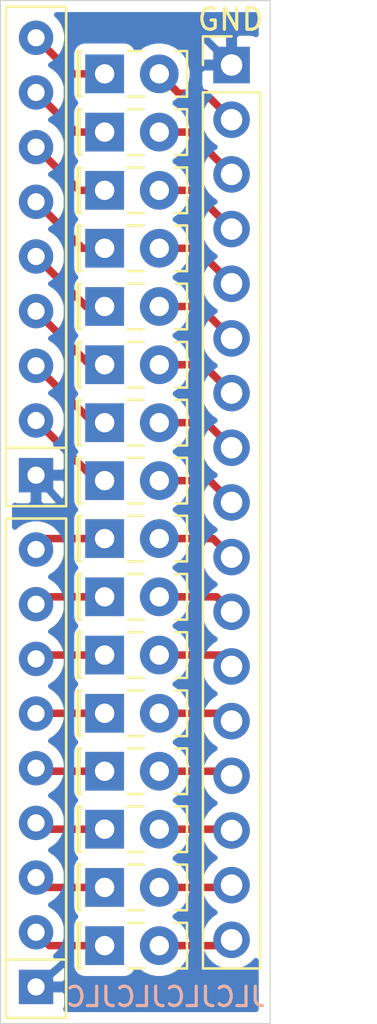
<source format=kicad_pcb>
(kicad_pcb (version 20171130) (host pcbnew "(5.1.10-1-10_14)")

  (general
    (thickness 1.6)
    (drawings 6)
    (tracks 72)
    (zones 0)
    (modules 19)
    (nets 34)
  )

  (page A4)
  (layers
    (0 F.Cu signal)
    (31 B.Cu signal)
    (32 B.Adhes user)
    (33 F.Adhes user)
    (34 B.Paste user)
    (35 F.Paste user)
    (36 B.SilkS user)
    (37 F.SilkS user)
    (38 B.Mask user)
    (39 F.Mask user)
    (40 Dwgs.User user)
    (41 Cmts.User user)
    (42 Eco1.User user)
    (43 Eco2.User user)
    (44 Edge.Cuts user)
    (45 Margin user)
    (46 B.CrtYd user)
    (47 F.CrtYd user)
    (48 B.Fab user)
    (49 F.Fab user)
  )

  (setup
    (last_trace_width 0.35)
    (trace_clearance 0.2)
    (zone_clearance 0.508)
    (zone_45_only no)
    (trace_min 0.2)
    (via_size 0.8)
    (via_drill 0.4)
    (via_min_size 0.4)
    (via_min_drill 0.3)
    (uvia_size 0.3)
    (uvia_drill 0.1)
    (uvias_allowed no)
    (uvia_min_size 0.2)
    (uvia_min_drill 0.1)
    (edge_width 0.05)
    (segment_width 0.2)
    (pcb_text_width 0.3)
    (pcb_text_size 1.5 1.5)
    (mod_edge_width 0.12)
    (mod_text_size 1 1)
    (mod_text_width 0.15)
    (pad_size 1.524 1.524)
    (pad_drill 0.762)
    (pad_to_mask_clearance 0)
    (aux_axis_origin 0 0)
    (visible_elements FFFFFF7F)
    (pcbplotparams
      (layerselection 0x010fc_ffffffff)
      (usegerberextensions false)
      (usegerberattributes true)
      (usegerberadvancedattributes true)
      (creategerberjobfile true)
      (excludeedgelayer true)
      (linewidth 0.100000)
      (plotframeref false)
      (viasonmask false)
      (mode 1)
      (useauxorigin false)
      (hpglpennumber 1)
      (hpglpenspeed 20)
      (hpglpendiameter 15.000000)
      (psnegative false)
      (psa4output false)
      (plotreference true)
      (plotvalue true)
      (plotinvisibletext false)
      (padsonsilk false)
      (subtractmaskfromsilk false)
      (outputformat 1)
      (mirror false)
      (drillshape 0)
      (scaleselection 1)
      (outputdirectory "gerber"))
  )

  (net 0 "")
  (net 1 "Net-(D1-Pad1)")
  (net 2 "Net-(D1-Pad2)")
  (net 3 "Net-(D2-Pad2)")
  (net 4 "Net-(D2-Pad1)")
  (net 5 "Net-(D3-Pad1)")
  (net 6 "Net-(D3-Pad2)")
  (net 7 "Net-(D4-Pad2)")
  (net 8 "Net-(D4-Pad1)")
  (net 9 "Net-(D5-Pad1)")
  (net 10 "Net-(D5-Pad2)")
  (net 11 "Net-(D6-Pad2)")
  (net 12 "Net-(D6-Pad1)")
  (net 13 "Net-(D7-Pad1)")
  (net 14 "Net-(D7-Pad2)")
  (net 15 "Net-(D8-Pad2)")
  (net 16 "Net-(D8-Pad1)")
  (net 17 "Net-(D9-Pad1)")
  (net 18 "Net-(D9-Pad2)")
  (net 19 "Net-(D10-Pad2)")
  (net 20 "Net-(D10-Pad1)")
  (net 21 "Net-(D11-Pad1)")
  (net 22 "Net-(D11-Pad2)")
  (net 23 "Net-(D12-Pad2)")
  (net 24 "Net-(D12-Pad1)")
  (net 25 "Net-(D13-Pad1)")
  (net 26 "Net-(D13-Pad2)")
  (net 27 "Net-(D14-Pad2)")
  (net 28 "Net-(D14-Pad1)")
  (net 29 "Net-(D15-Pad1)")
  (net 30 "Net-(D15-Pad2)")
  (net 31 "Net-(D16-Pad2)")
  (net 32 "Net-(D16-Pad1)")
  (net 33 GND)

  (net_class Default "This is the default net class."
    (clearance 0.2)
    (trace_width 0.35)
    (via_dia 0.8)
    (via_drill 0.4)
    (uvia_dia 0.3)
    (uvia_drill 0.1)
    (add_net GND)
    (add_net "Net-(D1-Pad1)")
    (add_net "Net-(D1-Pad2)")
    (add_net "Net-(D10-Pad1)")
    (add_net "Net-(D10-Pad2)")
    (add_net "Net-(D11-Pad1)")
    (add_net "Net-(D11-Pad2)")
    (add_net "Net-(D12-Pad1)")
    (add_net "Net-(D12-Pad2)")
    (add_net "Net-(D13-Pad1)")
    (add_net "Net-(D13-Pad2)")
    (add_net "Net-(D14-Pad1)")
    (add_net "Net-(D14-Pad2)")
    (add_net "Net-(D15-Pad1)")
    (add_net "Net-(D15-Pad2)")
    (add_net "Net-(D16-Pad1)")
    (add_net "Net-(D16-Pad2)")
    (add_net "Net-(D2-Pad1)")
    (add_net "Net-(D2-Pad2)")
    (add_net "Net-(D3-Pad1)")
    (add_net "Net-(D3-Pad2)")
    (add_net "Net-(D4-Pad1)")
    (add_net "Net-(D4-Pad2)")
    (add_net "Net-(D5-Pad1)")
    (add_net "Net-(D5-Pad2)")
    (add_net "Net-(D6-Pad1)")
    (add_net "Net-(D6-Pad2)")
    (add_net "Net-(D7-Pad1)")
    (add_net "Net-(D7-Pad2)")
    (add_net "Net-(D8-Pad1)")
    (add_net "Net-(D8-Pad2)")
    (add_net "Net-(D9-Pad1)")
    (add_net "Net-(D9-Pad2)")
  )

  (module LED_THT:LED_Rectangular_W5.0mm_H2.0mm (layer F.Cu) (tedit 587A3A7B) (tstamp 6107DA45)
    (at 144.6657 74.4728)
    (descr "LED_Rectangular, Rectangular,  Rectangular size 5.0x2.0mm^2, 2 pins, http://www.kingbright.com/attachments/file/psearch/000/00/00/L-169XCGDK(Ver.9B).pdf")
    (tags "LED_Rectangular Rectangular  Rectangular size 5.0x2.0mm^2 2 pins")
    (path /60DCC8E5)
    (fp_text reference D1 (at 1.27 -2.06) (layer F.SilkS) hide
      (effects (font (size 1 1) (thickness 0.15)))
    )
    (fp_text value LED (at 1.27 2.06) (layer F.Fab)
      (effects (font (size 1 1) (thickness 0.15)))
    )
    (fp_line (start -1.23 -1) (end -1.23 1) (layer F.Fab) (width 0.1))
    (fp_line (start -1.23 1) (end 3.77 1) (layer F.Fab) (width 0.1))
    (fp_line (start 3.77 1) (end 3.77 -1) (layer F.Fab) (width 0.1))
    (fp_line (start 3.77 -1) (end -1.23 -1) (layer F.Fab) (width 0.1))
    (fp_line (start -1.29 -1.06) (end -1.08 -1.06) (layer F.SilkS) (width 0.12))
    (fp_line (start 1.08 -1.06) (end 1.811 -1.06) (layer F.SilkS) (width 0.12))
    (fp_line (start 3.27 -1.06) (end 3.83 -1.06) (layer F.SilkS) (width 0.12))
    (fp_line (start -1.29 1.06) (end -1.08 1.06) (layer F.SilkS) (width 0.12))
    (fp_line (start 1.08 1.06) (end 1.811 1.06) (layer F.SilkS) (width 0.12))
    (fp_line (start 3.27 1.06) (end 3.83 1.06) (layer F.SilkS) (width 0.12))
    (fp_line (start -1.29 -1.06) (end -1.29 1.06) (layer F.SilkS) (width 0.12))
    (fp_line (start 3.83 -1.06) (end 3.83 1.06) (layer F.SilkS) (width 0.12))
    (fp_line (start -1.17 -1.06) (end -1.17 1.06) (layer F.SilkS) (width 0.12))
    (fp_line (start -1.55 -1.35) (end -1.55 1.35) (layer F.CrtYd) (width 0.05))
    (fp_line (start -1.55 1.35) (end 4.1 1.35) (layer F.CrtYd) (width 0.05))
    (fp_line (start 4.1 1.35) (end 4.1 -1.35) (layer F.CrtYd) (width 0.05))
    (fp_line (start 4.1 -1.35) (end -1.55 -1.35) (layer F.CrtYd) (width 0.05))
    (pad 1 thru_hole rect (at 0 0) (size 1.8 1.8) (drill 0.9) (layers *.Cu *.Mask)
      (net 1 "Net-(D1-Pad1)"))
    (pad 2 thru_hole circle (at 2.54 0) (size 1.8 1.8) (drill 0.9) (layers *.Cu *.Mask)
      (net 2 "Net-(D1-Pad2)"))
    (model ${KISYS3DMOD}/LED_THT.3dshapes/LED_Rectangular_W5.0mm_H2.0mm.wrl
      (at (xyz 0 0 0))
      (scale (xyz 1 1 1))
      (rotate (xyz 0 0 0))
    )
  )

  (module LED_THT:LED_Rectangular_W5.0mm_H2.0mm (layer F.Cu) (tedit 587A3A7B) (tstamp 6107DA5C)
    (at 144.6657 77.1779)
    (descr "LED_Rectangular, Rectangular,  Rectangular size 5.0x2.0mm^2, 2 pins, http://www.kingbright.com/attachments/file/psearch/000/00/00/L-169XCGDK(Ver.9B).pdf")
    (tags "LED_Rectangular Rectangular  Rectangular size 5.0x2.0mm^2 2 pins")
    (path /60DCE241)
    (fp_text reference D2 (at 1.27 -2.06) (layer F.SilkS) hide
      (effects (font (size 1 1) (thickness 0.15)))
    )
    (fp_text value LED (at 1.27 2.06) (layer F.Fab)
      (effects (font (size 1 1) (thickness 0.15)))
    )
    (fp_line (start 4.1 -1.35) (end -1.55 -1.35) (layer F.CrtYd) (width 0.05))
    (fp_line (start 4.1 1.35) (end 4.1 -1.35) (layer F.CrtYd) (width 0.05))
    (fp_line (start -1.55 1.35) (end 4.1 1.35) (layer F.CrtYd) (width 0.05))
    (fp_line (start -1.55 -1.35) (end -1.55 1.35) (layer F.CrtYd) (width 0.05))
    (fp_line (start -1.17 -1.06) (end -1.17 1.06) (layer F.SilkS) (width 0.12))
    (fp_line (start 3.83 -1.06) (end 3.83 1.06) (layer F.SilkS) (width 0.12))
    (fp_line (start -1.29 -1.06) (end -1.29 1.06) (layer F.SilkS) (width 0.12))
    (fp_line (start 3.27 1.06) (end 3.83 1.06) (layer F.SilkS) (width 0.12))
    (fp_line (start 1.08 1.06) (end 1.811 1.06) (layer F.SilkS) (width 0.12))
    (fp_line (start -1.29 1.06) (end -1.08 1.06) (layer F.SilkS) (width 0.12))
    (fp_line (start 3.27 -1.06) (end 3.83 -1.06) (layer F.SilkS) (width 0.12))
    (fp_line (start 1.08 -1.06) (end 1.811 -1.06) (layer F.SilkS) (width 0.12))
    (fp_line (start -1.29 -1.06) (end -1.08 -1.06) (layer F.SilkS) (width 0.12))
    (fp_line (start 3.77 -1) (end -1.23 -1) (layer F.Fab) (width 0.1))
    (fp_line (start 3.77 1) (end 3.77 -1) (layer F.Fab) (width 0.1))
    (fp_line (start -1.23 1) (end 3.77 1) (layer F.Fab) (width 0.1))
    (fp_line (start -1.23 -1) (end -1.23 1) (layer F.Fab) (width 0.1))
    (pad 2 thru_hole circle (at 2.54 0) (size 1.8 1.8) (drill 0.9) (layers *.Cu *.Mask)
      (net 3 "Net-(D2-Pad2)"))
    (pad 1 thru_hole rect (at 0 0) (size 1.8 1.8) (drill 0.9) (layers *.Cu *.Mask)
      (net 4 "Net-(D2-Pad1)"))
    (model ${KISYS3DMOD}/LED_THT.3dshapes/LED_Rectangular_W5.0mm_H2.0mm.wrl
      (at (xyz 0 0 0))
      (scale (xyz 1 1 1))
      (rotate (xyz 0 0 0))
    )
  )

  (module LED_THT:LED_Rectangular_W5.0mm_H2.0mm (layer F.Cu) (tedit 587A3A7B) (tstamp 6107DA73)
    (at 144.6657 79.883)
    (descr "LED_Rectangular, Rectangular,  Rectangular size 5.0x2.0mm^2, 2 pins, http://www.kingbright.com/attachments/file/psearch/000/00/00/L-169XCGDK(Ver.9B).pdf")
    (tags "LED_Rectangular Rectangular  Rectangular size 5.0x2.0mm^2 2 pins")
    (path /60DCEAFD)
    (fp_text reference D3 (at 1.27 -2.06) (layer F.SilkS) hide
      (effects (font (size 1 1) (thickness 0.15)))
    )
    (fp_text value LED (at 1.27 2.06) (layer F.Fab)
      (effects (font (size 1 1) (thickness 0.15)))
    )
    (fp_line (start -1.23 -1) (end -1.23 1) (layer F.Fab) (width 0.1))
    (fp_line (start -1.23 1) (end 3.77 1) (layer F.Fab) (width 0.1))
    (fp_line (start 3.77 1) (end 3.77 -1) (layer F.Fab) (width 0.1))
    (fp_line (start 3.77 -1) (end -1.23 -1) (layer F.Fab) (width 0.1))
    (fp_line (start -1.29 -1.06) (end -1.08 -1.06) (layer F.SilkS) (width 0.12))
    (fp_line (start 1.08 -1.06) (end 1.811 -1.06) (layer F.SilkS) (width 0.12))
    (fp_line (start 3.27 -1.06) (end 3.83 -1.06) (layer F.SilkS) (width 0.12))
    (fp_line (start -1.29 1.06) (end -1.08 1.06) (layer F.SilkS) (width 0.12))
    (fp_line (start 1.08 1.06) (end 1.811 1.06) (layer F.SilkS) (width 0.12))
    (fp_line (start 3.27 1.06) (end 3.83 1.06) (layer F.SilkS) (width 0.12))
    (fp_line (start -1.29 -1.06) (end -1.29 1.06) (layer F.SilkS) (width 0.12))
    (fp_line (start 3.83 -1.06) (end 3.83 1.06) (layer F.SilkS) (width 0.12))
    (fp_line (start -1.17 -1.06) (end -1.17 1.06) (layer F.SilkS) (width 0.12))
    (fp_line (start -1.55 -1.35) (end -1.55 1.35) (layer F.CrtYd) (width 0.05))
    (fp_line (start -1.55 1.35) (end 4.1 1.35) (layer F.CrtYd) (width 0.05))
    (fp_line (start 4.1 1.35) (end 4.1 -1.35) (layer F.CrtYd) (width 0.05))
    (fp_line (start 4.1 -1.35) (end -1.55 -1.35) (layer F.CrtYd) (width 0.05))
    (pad 1 thru_hole rect (at 0 0) (size 1.8 1.8) (drill 0.9) (layers *.Cu *.Mask)
      (net 5 "Net-(D3-Pad1)"))
    (pad 2 thru_hole circle (at 2.54 0) (size 1.8 1.8) (drill 0.9) (layers *.Cu *.Mask)
      (net 6 "Net-(D3-Pad2)"))
    (model ${KISYS3DMOD}/LED_THT.3dshapes/LED_Rectangular_W5.0mm_H2.0mm.wrl
      (at (xyz 0 0 0))
      (scale (xyz 1 1 1))
      (rotate (xyz 0 0 0))
    )
  )

  (module LED_THT:LED_Rectangular_W5.0mm_H2.0mm (layer F.Cu) (tedit 587A3A7B) (tstamp 6107DA8A)
    (at 144.6657 82.5754)
    (descr "LED_Rectangular, Rectangular,  Rectangular size 5.0x2.0mm^2, 2 pins, http://www.kingbright.com/attachments/file/psearch/000/00/00/L-169XCGDK(Ver.9B).pdf")
    (tags "LED_Rectangular Rectangular  Rectangular size 5.0x2.0mm^2 2 pins")
    (path /60DCF1D9)
    (fp_text reference D4 (at 1.27 -2.06) (layer F.SilkS) hide
      (effects (font (size 1 1) (thickness 0.15)))
    )
    (fp_text value LED (at 1.27 2.06) (layer F.Fab)
      (effects (font (size 1 1) (thickness 0.15)))
    )
    (fp_line (start 4.1 -1.35) (end -1.55 -1.35) (layer F.CrtYd) (width 0.05))
    (fp_line (start 4.1 1.35) (end 4.1 -1.35) (layer F.CrtYd) (width 0.05))
    (fp_line (start -1.55 1.35) (end 4.1 1.35) (layer F.CrtYd) (width 0.05))
    (fp_line (start -1.55 -1.35) (end -1.55 1.35) (layer F.CrtYd) (width 0.05))
    (fp_line (start -1.17 -1.06) (end -1.17 1.06) (layer F.SilkS) (width 0.12))
    (fp_line (start 3.83 -1.06) (end 3.83 1.06) (layer F.SilkS) (width 0.12))
    (fp_line (start -1.29 -1.06) (end -1.29 1.06) (layer F.SilkS) (width 0.12))
    (fp_line (start 3.27 1.06) (end 3.83 1.06) (layer F.SilkS) (width 0.12))
    (fp_line (start 1.08 1.06) (end 1.811 1.06) (layer F.SilkS) (width 0.12))
    (fp_line (start -1.29 1.06) (end -1.08 1.06) (layer F.SilkS) (width 0.12))
    (fp_line (start 3.27 -1.06) (end 3.83 -1.06) (layer F.SilkS) (width 0.12))
    (fp_line (start 1.08 -1.06) (end 1.811 -1.06) (layer F.SilkS) (width 0.12))
    (fp_line (start -1.29 -1.06) (end -1.08 -1.06) (layer F.SilkS) (width 0.12))
    (fp_line (start 3.77 -1) (end -1.23 -1) (layer F.Fab) (width 0.1))
    (fp_line (start 3.77 1) (end 3.77 -1) (layer F.Fab) (width 0.1))
    (fp_line (start -1.23 1) (end 3.77 1) (layer F.Fab) (width 0.1))
    (fp_line (start -1.23 -1) (end -1.23 1) (layer F.Fab) (width 0.1))
    (pad 2 thru_hole circle (at 2.54 0) (size 1.8 1.8) (drill 0.9) (layers *.Cu *.Mask)
      (net 7 "Net-(D4-Pad2)"))
    (pad 1 thru_hole rect (at 0 0) (size 1.8 1.8) (drill 0.9) (layers *.Cu *.Mask)
      (net 8 "Net-(D4-Pad1)"))
    (model ${KISYS3DMOD}/LED_THT.3dshapes/LED_Rectangular_W5.0mm_H2.0mm.wrl
      (at (xyz 0 0 0))
      (scale (xyz 1 1 1))
      (rotate (xyz 0 0 0))
    )
  )

  (module LED_THT:LED_Rectangular_W5.0mm_H2.0mm (layer F.Cu) (tedit 587A3A7B) (tstamp 6107DAA1)
    (at 144.6657 85.2805)
    (descr "LED_Rectangular, Rectangular,  Rectangular size 5.0x2.0mm^2, 2 pins, http://www.kingbright.com/attachments/file/psearch/000/00/00/L-169XCGDK(Ver.9B).pdf")
    (tags "LED_Rectangular Rectangular  Rectangular size 5.0x2.0mm^2 2 pins")
    (path /60DD3AAB)
    (fp_text reference D5 (at 1.27 -2.06) (layer F.SilkS) hide
      (effects (font (size 1 1) (thickness 0.15)))
    )
    (fp_text value LED (at 1.27 2.06) (layer F.Fab)
      (effects (font (size 1 1) (thickness 0.15)))
    )
    (fp_line (start -1.23 -1) (end -1.23 1) (layer F.Fab) (width 0.1))
    (fp_line (start -1.23 1) (end 3.77 1) (layer F.Fab) (width 0.1))
    (fp_line (start 3.77 1) (end 3.77 -1) (layer F.Fab) (width 0.1))
    (fp_line (start 3.77 -1) (end -1.23 -1) (layer F.Fab) (width 0.1))
    (fp_line (start -1.29 -1.06) (end -1.08 -1.06) (layer F.SilkS) (width 0.12))
    (fp_line (start 1.08 -1.06) (end 1.811 -1.06) (layer F.SilkS) (width 0.12))
    (fp_line (start 3.27 -1.06) (end 3.83 -1.06) (layer F.SilkS) (width 0.12))
    (fp_line (start -1.29 1.06) (end -1.08 1.06) (layer F.SilkS) (width 0.12))
    (fp_line (start 1.08 1.06) (end 1.811 1.06) (layer F.SilkS) (width 0.12))
    (fp_line (start 3.27 1.06) (end 3.83 1.06) (layer F.SilkS) (width 0.12))
    (fp_line (start -1.29 -1.06) (end -1.29 1.06) (layer F.SilkS) (width 0.12))
    (fp_line (start 3.83 -1.06) (end 3.83 1.06) (layer F.SilkS) (width 0.12))
    (fp_line (start -1.17 -1.06) (end -1.17 1.06) (layer F.SilkS) (width 0.12))
    (fp_line (start -1.55 -1.35) (end -1.55 1.35) (layer F.CrtYd) (width 0.05))
    (fp_line (start -1.55 1.35) (end 4.1 1.35) (layer F.CrtYd) (width 0.05))
    (fp_line (start 4.1 1.35) (end 4.1 -1.35) (layer F.CrtYd) (width 0.05))
    (fp_line (start 4.1 -1.35) (end -1.55 -1.35) (layer F.CrtYd) (width 0.05))
    (pad 1 thru_hole rect (at 0 0) (size 1.8 1.8) (drill 0.9) (layers *.Cu *.Mask)
      (net 9 "Net-(D5-Pad1)"))
    (pad 2 thru_hole circle (at 2.54 0) (size 1.8 1.8) (drill 0.9) (layers *.Cu *.Mask)
      (net 10 "Net-(D5-Pad2)"))
    (model ${KISYS3DMOD}/LED_THT.3dshapes/LED_Rectangular_W5.0mm_H2.0mm.wrl
      (at (xyz 0 0 0))
      (scale (xyz 1 1 1))
      (rotate (xyz 0 0 0))
    )
  )

  (module LED_THT:LED_Rectangular_W5.0mm_H2.0mm (layer F.Cu) (tedit 587A3A7B) (tstamp 6107DAB8)
    (at 144.6657 87.9856)
    (descr "LED_Rectangular, Rectangular,  Rectangular size 5.0x2.0mm^2, 2 pins, http://www.kingbright.com/attachments/file/psearch/000/00/00/L-169XCGDK(Ver.9B).pdf")
    (tags "LED_Rectangular Rectangular  Rectangular size 5.0x2.0mm^2 2 pins")
    (path /60DD3AB1)
    (fp_text reference D6 (at 1.27 -2.06) (layer F.SilkS) hide
      (effects (font (size 1 1) (thickness 0.15)))
    )
    (fp_text value LED (at 1.27 2.06) (layer F.Fab)
      (effects (font (size 1 1) (thickness 0.15)))
    )
    (fp_line (start 4.1 -1.35) (end -1.55 -1.35) (layer F.CrtYd) (width 0.05))
    (fp_line (start 4.1 1.35) (end 4.1 -1.35) (layer F.CrtYd) (width 0.05))
    (fp_line (start -1.55 1.35) (end 4.1 1.35) (layer F.CrtYd) (width 0.05))
    (fp_line (start -1.55 -1.35) (end -1.55 1.35) (layer F.CrtYd) (width 0.05))
    (fp_line (start -1.17 -1.06) (end -1.17 1.06) (layer F.SilkS) (width 0.12))
    (fp_line (start 3.83 -1.06) (end 3.83 1.06) (layer F.SilkS) (width 0.12))
    (fp_line (start -1.29 -1.06) (end -1.29 1.06) (layer F.SilkS) (width 0.12))
    (fp_line (start 3.27 1.06) (end 3.83 1.06) (layer F.SilkS) (width 0.12))
    (fp_line (start 1.08 1.06) (end 1.811 1.06) (layer F.SilkS) (width 0.12))
    (fp_line (start -1.29 1.06) (end -1.08 1.06) (layer F.SilkS) (width 0.12))
    (fp_line (start 3.27 -1.06) (end 3.83 -1.06) (layer F.SilkS) (width 0.12))
    (fp_line (start 1.08 -1.06) (end 1.811 -1.06) (layer F.SilkS) (width 0.12))
    (fp_line (start -1.29 -1.06) (end -1.08 -1.06) (layer F.SilkS) (width 0.12))
    (fp_line (start 3.77 -1) (end -1.23 -1) (layer F.Fab) (width 0.1))
    (fp_line (start 3.77 1) (end 3.77 -1) (layer F.Fab) (width 0.1))
    (fp_line (start -1.23 1) (end 3.77 1) (layer F.Fab) (width 0.1))
    (fp_line (start -1.23 -1) (end -1.23 1) (layer F.Fab) (width 0.1))
    (pad 2 thru_hole circle (at 2.54 0) (size 1.8 1.8) (drill 0.9) (layers *.Cu *.Mask)
      (net 11 "Net-(D6-Pad2)"))
    (pad 1 thru_hole rect (at 0 0) (size 1.8 1.8) (drill 0.9) (layers *.Cu *.Mask)
      (net 12 "Net-(D6-Pad1)"))
    (model ${KISYS3DMOD}/LED_THT.3dshapes/LED_Rectangular_W5.0mm_H2.0mm.wrl
      (at (xyz 0 0 0))
      (scale (xyz 1 1 1))
      (rotate (xyz 0 0 0))
    )
  )

  (module LED_THT:LED_Rectangular_W5.0mm_H2.0mm (layer F.Cu) (tedit 587A3A7B) (tstamp 6107DACF)
    (at 144.6657 90.678)
    (descr "LED_Rectangular, Rectangular,  Rectangular size 5.0x2.0mm^2, 2 pins, http://www.kingbright.com/attachments/file/psearch/000/00/00/L-169XCGDK(Ver.9B).pdf")
    (tags "LED_Rectangular Rectangular  Rectangular size 5.0x2.0mm^2 2 pins")
    (path /60DD3AB7)
    (fp_text reference D7 (at 1.27 -2.06) (layer F.SilkS) hide
      (effects (font (size 1 1) (thickness 0.15)))
    )
    (fp_text value LED (at 1.27 2.06) (layer F.Fab)
      (effects (font (size 1 1) (thickness 0.15)))
    )
    (fp_line (start -1.23 -1) (end -1.23 1) (layer F.Fab) (width 0.1))
    (fp_line (start -1.23 1) (end 3.77 1) (layer F.Fab) (width 0.1))
    (fp_line (start 3.77 1) (end 3.77 -1) (layer F.Fab) (width 0.1))
    (fp_line (start 3.77 -1) (end -1.23 -1) (layer F.Fab) (width 0.1))
    (fp_line (start -1.29 -1.06) (end -1.08 -1.06) (layer F.SilkS) (width 0.12))
    (fp_line (start 1.08 -1.06) (end 1.811 -1.06) (layer F.SilkS) (width 0.12))
    (fp_line (start 3.27 -1.06) (end 3.83 -1.06) (layer F.SilkS) (width 0.12))
    (fp_line (start -1.29 1.06) (end -1.08 1.06) (layer F.SilkS) (width 0.12))
    (fp_line (start 1.08 1.06) (end 1.811 1.06) (layer F.SilkS) (width 0.12))
    (fp_line (start 3.27 1.06) (end 3.83 1.06) (layer F.SilkS) (width 0.12))
    (fp_line (start -1.29 -1.06) (end -1.29 1.06) (layer F.SilkS) (width 0.12))
    (fp_line (start 3.83 -1.06) (end 3.83 1.06) (layer F.SilkS) (width 0.12))
    (fp_line (start -1.17 -1.06) (end -1.17 1.06) (layer F.SilkS) (width 0.12))
    (fp_line (start -1.55 -1.35) (end -1.55 1.35) (layer F.CrtYd) (width 0.05))
    (fp_line (start -1.55 1.35) (end 4.1 1.35) (layer F.CrtYd) (width 0.05))
    (fp_line (start 4.1 1.35) (end 4.1 -1.35) (layer F.CrtYd) (width 0.05))
    (fp_line (start 4.1 -1.35) (end -1.55 -1.35) (layer F.CrtYd) (width 0.05))
    (pad 1 thru_hole rect (at 0 0) (size 1.8 1.8) (drill 0.9) (layers *.Cu *.Mask)
      (net 13 "Net-(D7-Pad1)"))
    (pad 2 thru_hole circle (at 2.54 0) (size 1.8 1.8) (drill 0.9) (layers *.Cu *.Mask)
      (net 14 "Net-(D7-Pad2)"))
    (model ${KISYS3DMOD}/LED_THT.3dshapes/LED_Rectangular_W5.0mm_H2.0mm.wrl
      (at (xyz 0 0 0))
      (scale (xyz 1 1 1))
      (rotate (xyz 0 0 0))
    )
  )

  (module LED_THT:LED_Rectangular_W5.0mm_H2.0mm (layer F.Cu) (tedit 587A3A7B) (tstamp 6107DAE6)
    (at 144.6657 93.3704)
    (descr "LED_Rectangular, Rectangular,  Rectangular size 5.0x2.0mm^2, 2 pins, http://www.kingbright.com/attachments/file/psearch/000/00/00/L-169XCGDK(Ver.9B).pdf")
    (tags "LED_Rectangular Rectangular  Rectangular size 5.0x2.0mm^2 2 pins")
    (path /60DD3ABD)
    (fp_text reference D8 (at 1.27 -2.06) (layer F.SilkS) hide
      (effects (font (size 1 1) (thickness 0.15)))
    )
    (fp_text value LED (at 1.27 2.06) (layer F.Fab)
      (effects (font (size 1 1) (thickness 0.15)))
    )
    (fp_line (start 4.1 -1.35) (end -1.55 -1.35) (layer F.CrtYd) (width 0.05))
    (fp_line (start 4.1 1.35) (end 4.1 -1.35) (layer F.CrtYd) (width 0.05))
    (fp_line (start -1.55 1.35) (end 4.1 1.35) (layer F.CrtYd) (width 0.05))
    (fp_line (start -1.55 -1.35) (end -1.55 1.35) (layer F.CrtYd) (width 0.05))
    (fp_line (start -1.17 -1.06) (end -1.17 1.06) (layer F.SilkS) (width 0.12))
    (fp_line (start 3.83 -1.06) (end 3.83 1.06) (layer F.SilkS) (width 0.12))
    (fp_line (start -1.29 -1.06) (end -1.29 1.06) (layer F.SilkS) (width 0.12))
    (fp_line (start 3.27 1.06) (end 3.83 1.06) (layer F.SilkS) (width 0.12))
    (fp_line (start 1.08 1.06) (end 1.811 1.06) (layer F.SilkS) (width 0.12))
    (fp_line (start -1.29 1.06) (end -1.08 1.06) (layer F.SilkS) (width 0.12))
    (fp_line (start 3.27 -1.06) (end 3.83 -1.06) (layer F.SilkS) (width 0.12))
    (fp_line (start 1.08 -1.06) (end 1.811 -1.06) (layer F.SilkS) (width 0.12))
    (fp_line (start -1.29 -1.06) (end -1.08 -1.06) (layer F.SilkS) (width 0.12))
    (fp_line (start 3.77 -1) (end -1.23 -1) (layer F.Fab) (width 0.1))
    (fp_line (start 3.77 1) (end 3.77 -1) (layer F.Fab) (width 0.1))
    (fp_line (start -1.23 1) (end 3.77 1) (layer F.Fab) (width 0.1))
    (fp_line (start -1.23 -1) (end -1.23 1) (layer F.Fab) (width 0.1))
    (pad 2 thru_hole circle (at 2.54 0) (size 1.8 1.8) (drill 0.9) (layers *.Cu *.Mask)
      (net 15 "Net-(D8-Pad2)"))
    (pad 1 thru_hole rect (at 0 0) (size 1.8 1.8) (drill 0.9) (layers *.Cu *.Mask)
      (net 16 "Net-(D8-Pad1)"))
    (model ${KISYS3DMOD}/LED_THT.3dshapes/LED_Rectangular_W5.0mm_H2.0mm.wrl
      (at (xyz 0 0 0))
      (scale (xyz 1 1 1))
      (rotate (xyz 0 0 0))
    )
  )

  (module LED_THT:LED_Rectangular_W5.0mm_H2.0mm (layer F.Cu) (tedit 587A3A7B) (tstamp 6107DAFD)
    (at 144.6657 96.0628)
    (descr "LED_Rectangular, Rectangular,  Rectangular size 5.0x2.0mm^2, 2 pins, http://www.kingbright.com/attachments/file/psearch/000/00/00/L-169XCGDK(Ver.9B).pdf")
    (tags "LED_Rectangular Rectangular  Rectangular size 5.0x2.0mm^2 2 pins")
    (path /61082AFA)
    (fp_text reference D9 (at 1.27 -2.06) (layer F.SilkS) hide
      (effects (font (size 1 1) (thickness 0.15)))
    )
    (fp_text value LED (at 1.27 2.06) (layer F.Fab)
      (effects (font (size 1 1) (thickness 0.15)))
    )
    (fp_line (start -1.23 -1) (end -1.23 1) (layer F.Fab) (width 0.1))
    (fp_line (start -1.23 1) (end 3.77 1) (layer F.Fab) (width 0.1))
    (fp_line (start 3.77 1) (end 3.77 -1) (layer F.Fab) (width 0.1))
    (fp_line (start 3.77 -1) (end -1.23 -1) (layer F.Fab) (width 0.1))
    (fp_line (start -1.29 -1.06) (end -1.08 -1.06) (layer F.SilkS) (width 0.12))
    (fp_line (start 1.08 -1.06) (end 1.811 -1.06) (layer F.SilkS) (width 0.12))
    (fp_line (start 3.27 -1.06) (end 3.83 -1.06) (layer F.SilkS) (width 0.12))
    (fp_line (start -1.29 1.06) (end -1.08 1.06) (layer F.SilkS) (width 0.12))
    (fp_line (start 1.08 1.06) (end 1.811 1.06) (layer F.SilkS) (width 0.12))
    (fp_line (start 3.27 1.06) (end 3.83 1.06) (layer F.SilkS) (width 0.12))
    (fp_line (start -1.29 -1.06) (end -1.29 1.06) (layer F.SilkS) (width 0.12))
    (fp_line (start 3.83 -1.06) (end 3.83 1.06) (layer F.SilkS) (width 0.12))
    (fp_line (start -1.17 -1.06) (end -1.17 1.06) (layer F.SilkS) (width 0.12))
    (fp_line (start -1.55 -1.35) (end -1.55 1.35) (layer F.CrtYd) (width 0.05))
    (fp_line (start -1.55 1.35) (end 4.1 1.35) (layer F.CrtYd) (width 0.05))
    (fp_line (start 4.1 1.35) (end 4.1 -1.35) (layer F.CrtYd) (width 0.05))
    (fp_line (start 4.1 -1.35) (end -1.55 -1.35) (layer F.CrtYd) (width 0.05))
    (pad 1 thru_hole rect (at 0 0) (size 1.8 1.8) (drill 0.9) (layers *.Cu *.Mask)
      (net 17 "Net-(D9-Pad1)"))
    (pad 2 thru_hole circle (at 2.54 0) (size 1.8 1.8) (drill 0.9) (layers *.Cu *.Mask)
      (net 18 "Net-(D9-Pad2)"))
    (model ${KISYS3DMOD}/LED_THT.3dshapes/LED_Rectangular_W5.0mm_H2.0mm.wrl
      (at (xyz 0 0 0))
      (scale (xyz 1 1 1))
      (rotate (xyz 0 0 0))
    )
  )

  (module LED_THT:LED_Rectangular_W5.0mm_H2.0mm (layer F.Cu) (tedit 587A3A7B) (tstamp 6107DB14)
    (at 144.6657 98.7679)
    (descr "LED_Rectangular, Rectangular,  Rectangular size 5.0x2.0mm^2, 2 pins, http://www.kingbright.com/attachments/file/psearch/000/00/00/L-169XCGDK(Ver.9B).pdf")
    (tags "LED_Rectangular Rectangular  Rectangular size 5.0x2.0mm^2 2 pins")
    (path /61082B00)
    (fp_text reference D10 (at 1.27 -2.06) (layer F.SilkS) hide
      (effects (font (size 1 1) (thickness 0.15)))
    )
    (fp_text value LED (at 1.27 2.06) (layer F.Fab)
      (effects (font (size 1 1) (thickness 0.15)))
    )
    (fp_line (start 4.1 -1.35) (end -1.55 -1.35) (layer F.CrtYd) (width 0.05))
    (fp_line (start 4.1 1.35) (end 4.1 -1.35) (layer F.CrtYd) (width 0.05))
    (fp_line (start -1.55 1.35) (end 4.1 1.35) (layer F.CrtYd) (width 0.05))
    (fp_line (start -1.55 -1.35) (end -1.55 1.35) (layer F.CrtYd) (width 0.05))
    (fp_line (start -1.17 -1.06) (end -1.17 1.06) (layer F.SilkS) (width 0.12))
    (fp_line (start 3.83 -1.06) (end 3.83 1.06) (layer F.SilkS) (width 0.12))
    (fp_line (start -1.29 -1.06) (end -1.29 1.06) (layer F.SilkS) (width 0.12))
    (fp_line (start 3.27 1.06) (end 3.83 1.06) (layer F.SilkS) (width 0.12))
    (fp_line (start 1.08 1.06) (end 1.811 1.06) (layer F.SilkS) (width 0.12))
    (fp_line (start -1.29 1.06) (end -1.08 1.06) (layer F.SilkS) (width 0.12))
    (fp_line (start 3.27 -1.06) (end 3.83 -1.06) (layer F.SilkS) (width 0.12))
    (fp_line (start 1.08 -1.06) (end 1.811 -1.06) (layer F.SilkS) (width 0.12))
    (fp_line (start -1.29 -1.06) (end -1.08 -1.06) (layer F.SilkS) (width 0.12))
    (fp_line (start 3.77 -1) (end -1.23 -1) (layer F.Fab) (width 0.1))
    (fp_line (start 3.77 1) (end 3.77 -1) (layer F.Fab) (width 0.1))
    (fp_line (start -1.23 1) (end 3.77 1) (layer F.Fab) (width 0.1))
    (fp_line (start -1.23 -1) (end -1.23 1) (layer F.Fab) (width 0.1))
    (pad 2 thru_hole circle (at 2.54 0) (size 1.8 1.8) (drill 0.9) (layers *.Cu *.Mask)
      (net 19 "Net-(D10-Pad2)"))
    (pad 1 thru_hole rect (at 0 0) (size 1.8 1.8) (drill 0.9) (layers *.Cu *.Mask)
      (net 20 "Net-(D10-Pad1)"))
    (model ${KISYS3DMOD}/LED_THT.3dshapes/LED_Rectangular_W5.0mm_H2.0mm.wrl
      (at (xyz 0 0 0))
      (scale (xyz 1 1 1))
      (rotate (xyz 0 0 0))
    )
  )

  (module LED_THT:LED_Rectangular_W5.0mm_H2.0mm (layer F.Cu) (tedit 587A3A7B) (tstamp 6107DB2B)
    (at 144.6657 101.473)
    (descr "LED_Rectangular, Rectangular,  Rectangular size 5.0x2.0mm^2, 2 pins, http://www.kingbright.com/attachments/file/psearch/000/00/00/L-169XCGDK(Ver.9B).pdf")
    (tags "LED_Rectangular Rectangular  Rectangular size 5.0x2.0mm^2 2 pins")
    (path /61082B06)
    (fp_text reference D11 (at 1.27 -2.06) (layer F.SilkS) hide
      (effects (font (size 1 1) (thickness 0.15)))
    )
    (fp_text value LED (at 1.27 2.06) (layer F.Fab)
      (effects (font (size 1 1) (thickness 0.15)))
    )
    (fp_line (start -1.23 -1) (end -1.23 1) (layer F.Fab) (width 0.1))
    (fp_line (start -1.23 1) (end 3.77 1) (layer F.Fab) (width 0.1))
    (fp_line (start 3.77 1) (end 3.77 -1) (layer F.Fab) (width 0.1))
    (fp_line (start 3.77 -1) (end -1.23 -1) (layer F.Fab) (width 0.1))
    (fp_line (start -1.29 -1.06) (end -1.08 -1.06) (layer F.SilkS) (width 0.12))
    (fp_line (start 1.08 -1.06) (end 1.811 -1.06) (layer F.SilkS) (width 0.12))
    (fp_line (start 3.27 -1.06) (end 3.83 -1.06) (layer F.SilkS) (width 0.12))
    (fp_line (start -1.29 1.06) (end -1.08 1.06) (layer F.SilkS) (width 0.12))
    (fp_line (start 1.08 1.06) (end 1.811 1.06) (layer F.SilkS) (width 0.12))
    (fp_line (start 3.27 1.06) (end 3.83 1.06) (layer F.SilkS) (width 0.12))
    (fp_line (start -1.29 -1.06) (end -1.29 1.06) (layer F.SilkS) (width 0.12))
    (fp_line (start 3.83 -1.06) (end 3.83 1.06) (layer F.SilkS) (width 0.12))
    (fp_line (start -1.17 -1.06) (end -1.17 1.06) (layer F.SilkS) (width 0.12))
    (fp_line (start -1.55 -1.35) (end -1.55 1.35) (layer F.CrtYd) (width 0.05))
    (fp_line (start -1.55 1.35) (end 4.1 1.35) (layer F.CrtYd) (width 0.05))
    (fp_line (start 4.1 1.35) (end 4.1 -1.35) (layer F.CrtYd) (width 0.05))
    (fp_line (start 4.1 -1.35) (end -1.55 -1.35) (layer F.CrtYd) (width 0.05))
    (pad 1 thru_hole rect (at 0 0) (size 1.8 1.8) (drill 0.9) (layers *.Cu *.Mask)
      (net 21 "Net-(D11-Pad1)"))
    (pad 2 thru_hole circle (at 2.54 0) (size 1.8 1.8) (drill 0.9) (layers *.Cu *.Mask)
      (net 22 "Net-(D11-Pad2)"))
    (model ${KISYS3DMOD}/LED_THT.3dshapes/LED_Rectangular_W5.0mm_H2.0mm.wrl
      (at (xyz 0 0 0))
      (scale (xyz 1 1 1))
      (rotate (xyz 0 0 0))
    )
  )

  (module LED_THT:LED_Rectangular_W5.0mm_H2.0mm (layer F.Cu) (tedit 587A3A7B) (tstamp 6107DB42)
    (at 144.6657 104.1781)
    (descr "LED_Rectangular, Rectangular,  Rectangular size 5.0x2.0mm^2, 2 pins, http://www.kingbright.com/attachments/file/psearch/000/00/00/L-169XCGDK(Ver.9B).pdf")
    (tags "LED_Rectangular Rectangular  Rectangular size 5.0x2.0mm^2 2 pins")
    (path /61082B0C)
    (fp_text reference D12 (at 1.27 -2.06) (layer F.SilkS) hide
      (effects (font (size 1 1) (thickness 0.15)))
    )
    (fp_text value LED (at 1.27 2.06) (layer F.Fab)
      (effects (font (size 1 1) (thickness 0.15)))
    )
    (fp_line (start 4.1 -1.35) (end -1.55 -1.35) (layer F.CrtYd) (width 0.05))
    (fp_line (start 4.1 1.35) (end 4.1 -1.35) (layer F.CrtYd) (width 0.05))
    (fp_line (start -1.55 1.35) (end 4.1 1.35) (layer F.CrtYd) (width 0.05))
    (fp_line (start -1.55 -1.35) (end -1.55 1.35) (layer F.CrtYd) (width 0.05))
    (fp_line (start -1.17 -1.06) (end -1.17 1.06) (layer F.SilkS) (width 0.12))
    (fp_line (start 3.83 -1.06) (end 3.83 1.06) (layer F.SilkS) (width 0.12))
    (fp_line (start -1.29 -1.06) (end -1.29 1.06) (layer F.SilkS) (width 0.12))
    (fp_line (start 3.27 1.06) (end 3.83 1.06) (layer F.SilkS) (width 0.12))
    (fp_line (start 1.08 1.06) (end 1.811 1.06) (layer F.SilkS) (width 0.12))
    (fp_line (start -1.29 1.06) (end -1.08 1.06) (layer F.SilkS) (width 0.12))
    (fp_line (start 3.27 -1.06) (end 3.83 -1.06) (layer F.SilkS) (width 0.12))
    (fp_line (start 1.08 -1.06) (end 1.811 -1.06) (layer F.SilkS) (width 0.12))
    (fp_line (start -1.29 -1.06) (end -1.08 -1.06) (layer F.SilkS) (width 0.12))
    (fp_line (start 3.77 -1) (end -1.23 -1) (layer F.Fab) (width 0.1))
    (fp_line (start 3.77 1) (end 3.77 -1) (layer F.Fab) (width 0.1))
    (fp_line (start -1.23 1) (end 3.77 1) (layer F.Fab) (width 0.1))
    (fp_line (start -1.23 -1) (end -1.23 1) (layer F.Fab) (width 0.1))
    (pad 2 thru_hole circle (at 2.54 0) (size 1.8 1.8) (drill 0.9) (layers *.Cu *.Mask)
      (net 23 "Net-(D12-Pad2)"))
    (pad 1 thru_hole rect (at 0 0) (size 1.8 1.8) (drill 0.9) (layers *.Cu *.Mask)
      (net 24 "Net-(D12-Pad1)"))
    (model ${KISYS3DMOD}/LED_THT.3dshapes/LED_Rectangular_W5.0mm_H2.0mm.wrl
      (at (xyz 0 0 0))
      (scale (xyz 1 1 1))
      (rotate (xyz 0 0 0))
    )
  )

  (module LED_THT:LED_Rectangular_W5.0mm_H2.0mm (layer F.Cu) (tedit 587A3A7B) (tstamp 6107DB59)
    (at 144.6657 106.8705)
    (descr "LED_Rectangular, Rectangular,  Rectangular size 5.0x2.0mm^2, 2 pins, http://www.kingbright.com/attachments/file/psearch/000/00/00/L-169XCGDK(Ver.9B).pdf")
    (tags "LED_Rectangular Rectangular  Rectangular size 5.0x2.0mm^2 2 pins")
    (path /61082B12)
    (fp_text reference D13 (at 1.27 -2.06) (layer F.SilkS) hide
      (effects (font (size 1 1) (thickness 0.15)))
    )
    (fp_text value LED (at 1.27 2.06) (layer F.Fab)
      (effects (font (size 1 1) (thickness 0.15)))
    )
    (fp_line (start -1.23 -1) (end -1.23 1) (layer F.Fab) (width 0.1))
    (fp_line (start -1.23 1) (end 3.77 1) (layer F.Fab) (width 0.1))
    (fp_line (start 3.77 1) (end 3.77 -1) (layer F.Fab) (width 0.1))
    (fp_line (start 3.77 -1) (end -1.23 -1) (layer F.Fab) (width 0.1))
    (fp_line (start -1.29 -1.06) (end -1.08 -1.06) (layer F.SilkS) (width 0.12))
    (fp_line (start 1.08 -1.06) (end 1.811 -1.06) (layer F.SilkS) (width 0.12))
    (fp_line (start 3.27 -1.06) (end 3.83 -1.06) (layer F.SilkS) (width 0.12))
    (fp_line (start -1.29 1.06) (end -1.08 1.06) (layer F.SilkS) (width 0.12))
    (fp_line (start 1.08 1.06) (end 1.811 1.06) (layer F.SilkS) (width 0.12))
    (fp_line (start 3.27 1.06) (end 3.83 1.06) (layer F.SilkS) (width 0.12))
    (fp_line (start -1.29 -1.06) (end -1.29 1.06) (layer F.SilkS) (width 0.12))
    (fp_line (start 3.83 -1.06) (end 3.83 1.06) (layer F.SilkS) (width 0.12))
    (fp_line (start -1.17 -1.06) (end -1.17 1.06) (layer F.SilkS) (width 0.12))
    (fp_line (start -1.55 -1.35) (end -1.55 1.35) (layer F.CrtYd) (width 0.05))
    (fp_line (start -1.55 1.35) (end 4.1 1.35) (layer F.CrtYd) (width 0.05))
    (fp_line (start 4.1 1.35) (end 4.1 -1.35) (layer F.CrtYd) (width 0.05))
    (fp_line (start 4.1 -1.35) (end -1.55 -1.35) (layer F.CrtYd) (width 0.05))
    (pad 1 thru_hole rect (at 0 0) (size 1.8 1.8) (drill 0.9) (layers *.Cu *.Mask)
      (net 25 "Net-(D13-Pad1)"))
    (pad 2 thru_hole circle (at 2.54 0) (size 1.8 1.8) (drill 0.9) (layers *.Cu *.Mask)
      (net 26 "Net-(D13-Pad2)"))
    (model ${KISYS3DMOD}/LED_THT.3dshapes/LED_Rectangular_W5.0mm_H2.0mm.wrl
      (at (xyz 0 0 0))
      (scale (xyz 1 1 1))
      (rotate (xyz 0 0 0))
    )
  )

  (module LED_THT:LED_Rectangular_W5.0mm_H2.0mm (layer F.Cu) (tedit 587A3A7B) (tstamp 6107DB70)
    (at 144.6657 109.5629)
    (descr "LED_Rectangular, Rectangular,  Rectangular size 5.0x2.0mm^2, 2 pins, http://www.kingbright.com/attachments/file/psearch/000/00/00/L-169XCGDK(Ver.9B).pdf")
    (tags "LED_Rectangular Rectangular  Rectangular size 5.0x2.0mm^2 2 pins")
    (path /61082B18)
    (fp_text reference D14 (at 1.27 -2.06) (layer F.SilkS) hide
      (effects (font (size 1 1) (thickness 0.15)))
    )
    (fp_text value LED (at 1.27 2.06) (layer F.Fab)
      (effects (font (size 1 1) (thickness 0.15)))
    )
    (fp_line (start 4.1 -1.35) (end -1.55 -1.35) (layer F.CrtYd) (width 0.05))
    (fp_line (start 4.1 1.35) (end 4.1 -1.35) (layer F.CrtYd) (width 0.05))
    (fp_line (start -1.55 1.35) (end 4.1 1.35) (layer F.CrtYd) (width 0.05))
    (fp_line (start -1.55 -1.35) (end -1.55 1.35) (layer F.CrtYd) (width 0.05))
    (fp_line (start -1.17 -1.06) (end -1.17 1.06) (layer F.SilkS) (width 0.12))
    (fp_line (start 3.83 -1.06) (end 3.83 1.06) (layer F.SilkS) (width 0.12))
    (fp_line (start -1.29 -1.06) (end -1.29 1.06) (layer F.SilkS) (width 0.12))
    (fp_line (start 3.27 1.06) (end 3.83 1.06) (layer F.SilkS) (width 0.12))
    (fp_line (start 1.08 1.06) (end 1.811 1.06) (layer F.SilkS) (width 0.12))
    (fp_line (start -1.29 1.06) (end -1.08 1.06) (layer F.SilkS) (width 0.12))
    (fp_line (start 3.27 -1.06) (end 3.83 -1.06) (layer F.SilkS) (width 0.12))
    (fp_line (start 1.08 -1.06) (end 1.811 -1.06) (layer F.SilkS) (width 0.12))
    (fp_line (start -1.29 -1.06) (end -1.08 -1.06) (layer F.SilkS) (width 0.12))
    (fp_line (start 3.77 -1) (end -1.23 -1) (layer F.Fab) (width 0.1))
    (fp_line (start 3.77 1) (end 3.77 -1) (layer F.Fab) (width 0.1))
    (fp_line (start -1.23 1) (end 3.77 1) (layer F.Fab) (width 0.1))
    (fp_line (start -1.23 -1) (end -1.23 1) (layer F.Fab) (width 0.1))
    (pad 2 thru_hole circle (at 2.54 0) (size 1.8 1.8) (drill 0.9) (layers *.Cu *.Mask)
      (net 27 "Net-(D14-Pad2)"))
    (pad 1 thru_hole rect (at 0 0) (size 1.8 1.8) (drill 0.9) (layers *.Cu *.Mask)
      (net 28 "Net-(D14-Pad1)"))
    (model ${KISYS3DMOD}/LED_THT.3dshapes/LED_Rectangular_W5.0mm_H2.0mm.wrl
      (at (xyz 0 0 0))
      (scale (xyz 1 1 1))
      (rotate (xyz 0 0 0))
    )
  )

  (module LED_THT:LED_Rectangular_W5.0mm_H2.0mm (layer F.Cu) (tedit 587A3A7B) (tstamp 6107DB87)
    (at 144.6657 112.268)
    (descr "LED_Rectangular, Rectangular,  Rectangular size 5.0x2.0mm^2, 2 pins, http://www.kingbright.com/attachments/file/psearch/000/00/00/L-169XCGDK(Ver.9B).pdf")
    (tags "LED_Rectangular Rectangular  Rectangular size 5.0x2.0mm^2 2 pins")
    (path /61082B1E)
    (fp_text reference D15 (at 1.27 -2.06) (layer F.SilkS) hide
      (effects (font (size 1 1) (thickness 0.15)))
    )
    (fp_text value LED (at 1.27 2.06) (layer F.Fab)
      (effects (font (size 1 1) (thickness 0.15)))
    )
    (fp_line (start -1.23 -1) (end -1.23 1) (layer F.Fab) (width 0.1))
    (fp_line (start -1.23 1) (end 3.77 1) (layer F.Fab) (width 0.1))
    (fp_line (start 3.77 1) (end 3.77 -1) (layer F.Fab) (width 0.1))
    (fp_line (start 3.77 -1) (end -1.23 -1) (layer F.Fab) (width 0.1))
    (fp_line (start -1.29 -1.06) (end -1.08 -1.06) (layer F.SilkS) (width 0.12))
    (fp_line (start 1.08 -1.06) (end 1.811 -1.06) (layer F.SilkS) (width 0.12))
    (fp_line (start 3.27 -1.06) (end 3.83 -1.06) (layer F.SilkS) (width 0.12))
    (fp_line (start -1.29 1.06) (end -1.08 1.06) (layer F.SilkS) (width 0.12))
    (fp_line (start 1.08 1.06) (end 1.811 1.06) (layer F.SilkS) (width 0.12))
    (fp_line (start 3.27 1.06) (end 3.83 1.06) (layer F.SilkS) (width 0.12))
    (fp_line (start -1.29 -1.06) (end -1.29 1.06) (layer F.SilkS) (width 0.12))
    (fp_line (start 3.83 -1.06) (end 3.83 1.06) (layer F.SilkS) (width 0.12))
    (fp_line (start -1.17 -1.06) (end -1.17 1.06) (layer F.SilkS) (width 0.12))
    (fp_line (start -1.55 -1.35) (end -1.55 1.35) (layer F.CrtYd) (width 0.05))
    (fp_line (start -1.55 1.35) (end 4.1 1.35) (layer F.CrtYd) (width 0.05))
    (fp_line (start 4.1 1.35) (end 4.1 -1.35) (layer F.CrtYd) (width 0.05))
    (fp_line (start 4.1 -1.35) (end -1.55 -1.35) (layer F.CrtYd) (width 0.05))
    (pad 1 thru_hole rect (at 0 0) (size 1.8 1.8) (drill 0.9) (layers *.Cu *.Mask)
      (net 29 "Net-(D15-Pad1)"))
    (pad 2 thru_hole circle (at 2.54 0) (size 1.8 1.8) (drill 0.9) (layers *.Cu *.Mask)
      (net 30 "Net-(D15-Pad2)"))
    (model ${KISYS3DMOD}/LED_THT.3dshapes/LED_Rectangular_W5.0mm_H2.0mm.wrl
      (at (xyz 0 0 0))
      (scale (xyz 1 1 1))
      (rotate (xyz 0 0 0))
    )
  )

  (module LED_THT:LED_Rectangular_W5.0mm_H2.0mm (layer F.Cu) (tedit 587A3A7B) (tstamp 6107E04F)
    (at 144.6657 114.9731)
    (descr "LED_Rectangular, Rectangular,  Rectangular size 5.0x2.0mm^2, 2 pins, http://www.kingbright.com/attachments/file/psearch/000/00/00/L-169XCGDK(Ver.9B).pdf")
    (tags "LED_Rectangular Rectangular  Rectangular size 5.0x2.0mm^2 2 pins")
    (path /61082B24)
    (fp_text reference D16 (at 1.27 -2.06) (layer F.SilkS) hide
      (effects (font (size 1 1) (thickness 0.15)))
    )
    (fp_text value LED (at 1.27 2.06) (layer F.Fab)
      (effects (font (size 1 1) (thickness 0.15)))
    )
    (fp_line (start 4.1 -1.35) (end -1.55 -1.35) (layer F.CrtYd) (width 0.05))
    (fp_line (start 4.1 1.35) (end 4.1 -1.35) (layer F.CrtYd) (width 0.05))
    (fp_line (start -1.55 1.35) (end 4.1 1.35) (layer F.CrtYd) (width 0.05))
    (fp_line (start -1.55 -1.35) (end -1.55 1.35) (layer F.CrtYd) (width 0.05))
    (fp_line (start -1.17 -1.06) (end -1.17 1.06) (layer F.SilkS) (width 0.12))
    (fp_line (start 3.83 -1.06) (end 3.83 1.06) (layer F.SilkS) (width 0.12))
    (fp_line (start -1.29 -1.06) (end -1.29 1.06) (layer F.SilkS) (width 0.12))
    (fp_line (start 3.27 1.06) (end 3.83 1.06) (layer F.SilkS) (width 0.12))
    (fp_line (start 1.08 1.06) (end 1.811 1.06) (layer F.SilkS) (width 0.12))
    (fp_line (start -1.29 1.06) (end -1.08 1.06) (layer F.SilkS) (width 0.12))
    (fp_line (start 3.27 -1.06) (end 3.83 -1.06) (layer F.SilkS) (width 0.12))
    (fp_line (start 1.08 -1.06) (end 1.811 -1.06) (layer F.SilkS) (width 0.12))
    (fp_line (start -1.29 -1.06) (end -1.08 -1.06) (layer F.SilkS) (width 0.12))
    (fp_line (start 3.77 -1) (end -1.23 -1) (layer F.Fab) (width 0.1))
    (fp_line (start 3.77 1) (end 3.77 -1) (layer F.Fab) (width 0.1))
    (fp_line (start -1.23 1) (end 3.77 1) (layer F.Fab) (width 0.1))
    (fp_line (start -1.23 -1) (end -1.23 1) (layer F.Fab) (width 0.1))
    (pad 2 thru_hole circle (at 2.54 0) (size 1.8 1.8) (drill 0.9) (layers *.Cu *.Mask)
      (net 31 "Net-(D16-Pad2)"))
    (pad 1 thru_hole rect (at 0 0) (size 1.8 1.8) (drill 0.9) (layers *.Cu *.Mask)
      (net 32 "Net-(D16-Pad1)"))
    (model ${KISYS3DMOD}/LED_THT.3dshapes/LED_Rectangular_W5.0mm_H2.0mm.wrl
      (at (xyz 0 0 0))
      (scale (xyz 1 1 1))
      (rotate (xyz 0 0 0))
    )
  )

  (module Connector_PinHeader_2.54mm:PinHeader_1x17_P2.54mm_Vertical (layer F.Cu) (tedit 59FED5CC) (tstamp 6107DBC3)
    (at 150.567401 74.062601)
    (descr "Through hole straight pin header, 1x17, 2.54mm pitch, single row")
    (tags "Through hole pin header THT 1x17 2.54mm single row")
    (path /6108666D)
    (fp_text reference J1 (at 0 -2.33) (layer F.SilkS) hide
      (effects (font (size 1 1) (thickness 0.15)))
    )
    (fp_text value Conn_01x17_Male (at 0 42.97) (layer F.Fab)
      (effects (font (size 1 1) (thickness 0.15)))
    )
    (fp_line (start -0.635 -1.27) (end 1.27 -1.27) (layer F.Fab) (width 0.1))
    (fp_line (start 1.27 -1.27) (end 1.27 41.91) (layer F.Fab) (width 0.1))
    (fp_line (start 1.27 41.91) (end -1.27 41.91) (layer F.Fab) (width 0.1))
    (fp_line (start -1.27 41.91) (end -1.27 -0.635) (layer F.Fab) (width 0.1))
    (fp_line (start -1.27 -0.635) (end -0.635 -1.27) (layer F.Fab) (width 0.1))
    (fp_line (start -1.33 41.97) (end 1.33 41.97) (layer F.SilkS) (width 0.12))
    (fp_line (start -1.33 1.27) (end -1.33 41.97) (layer F.SilkS) (width 0.12))
    (fp_line (start 1.33 1.27) (end 1.33 41.97) (layer F.SilkS) (width 0.12))
    (fp_line (start -1.33 1.27) (end 1.33 1.27) (layer F.SilkS) (width 0.12))
    (fp_line (start -1.33 0) (end -1.33 -1.33) (layer F.SilkS) (width 0.12))
    (fp_line (start -1.33 -1.33) (end 0 -1.33) (layer F.SilkS) (width 0.12))
    (fp_line (start -1.8 -1.8) (end -1.8 42.45) (layer F.CrtYd) (width 0.05))
    (fp_line (start -1.8 42.45) (end 1.8 42.45) (layer F.CrtYd) (width 0.05))
    (fp_line (start 1.8 42.45) (end 1.8 -1.8) (layer F.CrtYd) (width 0.05))
    (fp_line (start 1.8 -1.8) (end -1.8 -1.8) (layer F.CrtYd) (width 0.05))
    (fp_text user %R (at 0 20.32 90) (layer F.Fab)
      (effects (font (size 1 1) (thickness 0.15)))
    )
    (pad 1 thru_hole rect (at 0 0) (size 1.7 1.7) (drill 1) (layers *.Cu *.Mask)
      (net 33 GND))
    (pad 2 thru_hole oval (at 0 2.54) (size 1.7 1.7) (drill 1) (layers *.Cu *.Mask)
      (net 2 "Net-(D1-Pad2)"))
    (pad 3 thru_hole oval (at 0 5.08) (size 1.7 1.7) (drill 1) (layers *.Cu *.Mask)
      (net 3 "Net-(D2-Pad2)"))
    (pad 4 thru_hole oval (at 0 7.62) (size 1.7 1.7) (drill 1) (layers *.Cu *.Mask)
      (net 6 "Net-(D3-Pad2)"))
    (pad 5 thru_hole oval (at 0 10.16) (size 1.7 1.7) (drill 1) (layers *.Cu *.Mask)
      (net 7 "Net-(D4-Pad2)"))
    (pad 6 thru_hole oval (at 0 12.7) (size 1.7 1.7) (drill 1) (layers *.Cu *.Mask)
      (net 10 "Net-(D5-Pad2)"))
    (pad 7 thru_hole oval (at 0 15.24) (size 1.7 1.7) (drill 1) (layers *.Cu *.Mask)
      (net 11 "Net-(D6-Pad2)"))
    (pad 8 thru_hole oval (at 0 17.78) (size 1.7 1.7) (drill 1) (layers *.Cu *.Mask)
      (net 14 "Net-(D7-Pad2)"))
    (pad 9 thru_hole oval (at 0 20.32) (size 1.7 1.7) (drill 1) (layers *.Cu *.Mask)
      (net 15 "Net-(D8-Pad2)"))
    (pad 10 thru_hole oval (at 0 22.86) (size 1.7 1.7) (drill 1) (layers *.Cu *.Mask)
      (net 18 "Net-(D9-Pad2)"))
    (pad 11 thru_hole oval (at 0 25.4) (size 1.7 1.7) (drill 1) (layers *.Cu *.Mask)
      (net 19 "Net-(D10-Pad2)"))
    (pad 12 thru_hole oval (at 0 27.94) (size 1.7 1.7) (drill 1) (layers *.Cu *.Mask)
      (net 22 "Net-(D11-Pad2)"))
    (pad 13 thru_hole oval (at 0 30.48) (size 1.7 1.7) (drill 1) (layers *.Cu *.Mask)
      (net 23 "Net-(D12-Pad2)"))
    (pad 14 thru_hole oval (at 0 33.02) (size 1.7 1.7) (drill 1) (layers *.Cu *.Mask)
      (net 26 "Net-(D13-Pad2)"))
    (pad 15 thru_hole oval (at 0 35.56) (size 1.7 1.7) (drill 1) (layers *.Cu *.Mask)
      (net 27 "Net-(D14-Pad2)"))
    (pad 16 thru_hole oval (at 0 38.1) (size 1.7 1.7) (drill 1) (layers *.Cu *.Mask)
      (net 30 "Net-(D15-Pad2)"))
    (pad 17 thru_hole oval (at 0 40.64) (size 1.7 1.7) (drill 1) (layers *.Cu *.Mask)
      (net 31 "Net-(D16-Pad2)"))
    (model ${KISYS3DMOD}/Connector_PinHeader_2.54mm.3dshapes/PinHeader_1x17_P2.54mm_Vertical.wrl
      (at (xyz 0 0 0))
      (scale (xyz 1 1 1))
      (rotate (xyz 0 0 0))
    )
  )

  (module Resistor_THT:R_Array_SIP9 (layer F.Cu) (tedit 5A14249F) (tstamp 6107DBDF)
    (at 141.478 93.1164 90)
    (descr "9-pin Resistor SIP pack")
    (tags R)
    (path /6109BB85)
    (fp_text reference RN1 (at 11.43 -2.4 90) (layer F.SilkS) hide
      (effects (font (size 1 1) (thickness 0.15)))
    )
    (fp_text value R_Network08_US (at 11.43 2.4 90) (layer F.Fab)
      (effects (font (size 1 1) (thickness 0.15)))
    )
    (fp_line (start -1.29 -1.25) (end -1.29 1.25) (layer F.Fab) (width 0.1))
    (fp_line (start -1.29 1.25) (end 21.61 1.25) (layer F.Fab) (width 0.1))
    (fp_line (start 21.61 1.25) (end 21.61 -1.25) (layer F.Fab) (width 0.1))
    (fp_line (start 21.61 -1.25) (end -1.29 -1.25) (layer F.Fab) (width 0.1))
    (fp_line (start 1.27 -1.25) (end 1.27 1.25) (layer F.Fab) (width 0.1))
    (fp_line (start -1.44 -1.4) (end -1.44 1.4) (layer F.SilkS) (width 0.12))
    (fp_line (start -1.44 1.4) (end 21.76 1.4) (layer F.SilkS) (width 0.12))
    (fp_line (start 21.76 1.4) (end 21.76 -1.4) (layer F.SilkS) (width 0.12))
    (fp_line (start 21.76 -1.4) (end -1.44 -1.4) (layer F.SilkS) (width 0.12))
    (fp_line (start 1.27 -1.4) (end 1.27 1.4) (layer F.SilkS) (width 0.12))
    (fp_line (start -1.7 -1.65) (end -1.7 1.65) (layer F.CrtYd) (width 0.05))
    (fp_line (start -1.7 1.65) (end 22.05 1.65) (layer F.CrtYd) (width 0.05))
    (fp_line (start 22.05 1.65) (end 22.05 -1.65) (layer F.CrtYd) (width 0.05))
    (fp_line (start 22.05 -1.65) (end -1.7 -1.65) (layer F.CrtYd) (width 0.05))
    (fp_text user %R (at 10.16 0 90) (layer F.Fab)
      (effects (font (size 1 1) (thickness 0.15)))
    )
    (pad 1 thru_hole rect (at 0 0 90) (size 1.6 1.6) (drill 0.8) (layers *.Cu *.Mask)
      (net 33 GND))
    (pad 2 thru_hole oval (at 2.54 0 90) (size 1.6 1.6) (drill 0.8) (layers *.Cu *.Mask)
      (net 16 "Net-(D8-Pad1)"))
    (pad 3 thru_hole oval (at 5.08 0 90) (size 1.6 1.6) (drill 0.8) (layers *.Cu *.Mask)
      (net 13 "Net-(D7-Pad1)"))
    (pad 4 thru_hole oval (at 7.62 0 90) (size 1.6 1.6) (drill 0.8) (layers *.Cu *.Mask)
      (net 12 "Net-(D6-Pad1)"))
    (pad 5 thru_hole oval (at 10.16 0 90) (size 1.6 1.6) (drill 0.8) (layers *.Cu *.Mask)
      (net 9 "Net-(D5-Pad1)"))
    (pad 6 thru_hole oval (at 12.7 0 90) (size 1.6 1.6) (drill 0.8) (layers *.Cu *.Mask)
      (net 8 "Net-(D4-Pad1)"))
    (pad 7 thru_hole oval (at 15.24 0 90) (size 1.6 1.6) (drill 0.8) (layers *.Cu *.Mask)
      (net 5 "Net-(D3-Pad1)"))
    (pad 8 thru_hole oval (at 17.78 0 90) (size 1.6 1.6) (drill 0.8) (layers *.Cu *.Mask)
      (net 4 "Net-(D2-Pad1)"))
    (pad 9 thru_hole oval (at 20.32 0 90) (size 1.6 1.6) (drill 0.8) (layers *.Cu *.Mask)
      (net 1 "Net-(D1-Pad1)"))
    (model ${KISYS3DMOD}/Resistor_THT.3dshapes/R_Array_SIP9.wrl
      (at (xyz 0 0 0))
      (scale (xyz 1 1 1))
      (rotate (xyz 0 0 0))
    )
  )

  (module Resistor_THT:R_Array_SIP9 (layer F.Cu) (tedit 5A14249F) (tstamp 6107E5FD)
    (at 141.478 116.8908 90)
    (descr "9-pin Resistor SIP pack")
    (tags R)
    (path /610AF1FE)
    (fp_text reference RN2 (at 11.43 -2.4 90) (layer F.SilkS) hide
      (effects (font (size 1 1) (thickness 0.15)))
    )
    (fp_text value R_Network08_US (at 11.43 2.4 90) (layer F.Fab)
      (effects (font (size 1 1) (thickness 0.15)))
    )
    (fp_line (start 22.05 -1.65) (end -1.7 -1.65) (layer F.CrtYd) (width 0.05))
    (fp_line (start 22.05 1.65) (end 22.05 -1.65) (layer F.CrtYd) (width 0.05))
    (fp_line (start -1.7 1.65) (end 22.05 1.65) (layer F.CrtYd) (width 0.05))
    (fp_line (start -1.7 -1.65) (end -1.7 1.65) (layer F.CrtYd) (width 0.05))
    (fp_line (start 1.27 -1.4) (end 1.27 1.4) (layer F.SilkS) (width 0.12))
    (fp_line (start 21.76 -1.4) (end -1.44 -1.4) (layer F.SilkS) (width 0.12))
    (fp_line (start 21.76 1.4) (end 21.76 -1.4) (layer F.SilkS) (width 0.12))
    (fp_line (start -1.44 1.4) (end 21.76 1.4) (layer F.SilkS) (width 0.12))
    (fp_line (start -1.44 -1.4) (end -1.44 1.4) (layer F.SilkS) (width 0.12))
    (fp_line (start 1.27 -1.25) (end 1.27 1.25) (layer F.Fab) (width 0.1))
    (fp_line (start 21.61 -1.25) (end -1.29 -1.25) (layer F.Fab) (width 0.1))
    (fp_line (start 21.61 1.25) (end 21.61 -1.25) (layer F.Fab) (width 0.1))
    (fp_line (start -1.29 1.25) (end 21.61 1.25) (layer F.Fab) (width 0.1))
    (fp_line (start -1.29 -1.25) (end -1.29 1.25) (layer F.Fab) (width 0.1))
    (fp_text user %R (at 10.16 0 90) (layer F.Fab)
      (effects (font (size 1 1) (thickness 0.15)))
    )
    (pad 9 thru_hole oval (at 20.32 0 90) (size 1.6 1.6) (drill 0.8) (layers *.Cu *.Mask)
      (net 17 "Net-(D9-Pad1)"))
    (pad 8 thru_hole oval (at 17.78 0 90) (size 1.6 1.6) (drill 0.8) (layers *.Cu *.Mask)
      (net 20 "Net-(D10-Pad1)"))
    (pad 7 thru_hole oval (at 15.24 0 90) (size 1.6 1.6) (drill 0.8) (layers *.Cu *.Mask)
      (net 21 "Net-(D11-Pad1)"))
    (pad 6 thru_hole oval (at 12.7 0 90) (size 1.6 1.6) (drill 0.8) (layers *.Cu *.Mask)
      (net 24 "Net-(D12-Pad1)"))
    (pad 5 thru_hole oval (at 10.16 0 90) (size 1.6 1.6) (drill 0.8) (layers *.Cu *.Mask)
      (net 25 "Net-(D13-Pad1)"))
    (pad 4 thru_hole oval (at 7.62 0 90) (size 1.6 1.6) (drill 0.8) (layers *.Cu *.Mask)
      (net 28 "Net-(D14-Pad1)"))
    (pad 3 thru_hole oval (at 5.08 0 90) (size 1.6 1.6) (drill 0.8) (layers *.Cu *.Mask)
      (net 29 "Net-(D15-Pad1)"))
    (pad 2 thru_hole oval (at 2.54 0 90) (size 1.6 1.6) (drill 0.8) (layers *.Cu *.Mask)
      (net 32 "Net-(D16-Pad1)"))
    (pad 1 thru_hole rect (at 0 0 90) (size 1.6 1.6) (drill 0.8) (layers *.Cu *.Mask)
      (net 33 GND))
    (model ${KISYS3DMOD}/Resistor_THT.3dshapes/R_Array_SIP9.wrl
      (at (xyz 0 0 0))
      (scale (xyz 1 1 1))
      (rotate (xyz 0 0 0))
    )
  )

  (gr_text JLCJLCJLCJLC (at 147.5105 117.348) (layer B.SilkS)
    (effects (font (size 0.9 0.9) (thickness 0.15)) (justify mirror))
  )
  (gr_text GND (at 150.5204 71.9455) (layer F.SilkS)
    (effects (font (size 1 1) (thickness 0.15)))
  )
  (gr_line (start 152.3619 71.0692) (end 139.827 71.0692) (layer Edge.Cuts) (width 0.05) (tstamp 6107E6BC))
  (gr_line (start 152.3619 118.5926) (end 152.3619 71.0692) (layer Edge.Cuts) (width 0.05))
  (gr_line (start 139.827 118.5926) (end 152.3619 118.5926) (layer Edge.Cuts) (width 0.05))
  (gr_line (start 139.827 71.0692) (end 139.827 118.5926) (layer Edge.Cuts) (width 0.05))

  (segment (start 143.1544 74.4728) (end 141.478 72.7964) (width 0.35) (layer F.Cu) (net 1))
  (segment (start 144.6657 74.4728) (end 143.1544 74.4728) (width 0.35) (layer F.Cu) (net 1))
  (segment (start 148.105699 75.372799) (end 149.337599 75.372799) (width 0.35) (layer F.Cu) (net 2))
  (segment (start 149.337599 75.372799) (end 150.567401 76.602601) (width 0.35) (layer F.Cu) (net 2))
  (segment (start 147.2057 74.4728) (end 148.105699 75.372799) (width 0.35) (layer F.Cu) (net 2))
  (segment (start 148.6027 77.1779) (end 150.567401 79.142601) (width 0.35) (layer F.Cu) (net 3))
  (segment (start 147.2057 77.1779) (end 148.6027 77.1779) (width 0.35) (layer F.Cu) (net 3))
  (segment (start 143.3195 77.1779) (end 141.478 75.3364) (width 0.35) (layer F.Cu) (net 4))
  (segment (start 144.6657 77.1779) (end 143.3195 77.1779) (width 0.35) (layer F.Cu) (net 4))
  (segment (start 143.4846 79.883) (end 141.478 77.8764) (width 0.35) (layer F.Cu) (net 5))
  (segment (start 144.6657 79.883) (end 143.4846 79.883) (width 0.35) (layer F.Cu) (net 5))
  (segment (start 148.7678 79.883) (end 150.567401 81.682601) (width 0.35) (layer F.Cu) (net 6))
  (segment (start 147.2057 79.883) (end 148.7678 79.883) (width 0.35) (layer F.Cu) (net 6))
  (segment (start 148.9202 82.5754) (end 150.567401 84.222601) (width 0.35) (layer F.Cu) (net 7))
  (segment (start 147.2057 82.5754) (end 148.9202 82.5754) (width 0.35) (layer F.Cu) (net 7))
  (segment (start 143.637 82.5754) (end 141.478 80.4164) (width 0.35) (layer F.Cu) (net 8))
  (segment (start 144.6657 82.5754) (end 143.637 82.5754) (width 0.35) (layer F.Cu) (net 8))
  (segment (start 143.8021 85.2805) (end 141.478 82.9564) (width 0.35) (layer F.Cu) (net 9))
  (segment (start 144.6657 85.2805) (end 143.8021 85.2805) (width 0.35) (layer F.Cu) (net 9))
  (segment (start 149.0853 85.2805) (end 150.567401 86.762601) (width 0.35) (layer F.Cu) (net 10))
  (segment (start 147.2057 85.2805) (end 149.0853 85.2805) (width 0.35) (layer F.Cu) (net 10))
  (segment (start 149.2504 87.9856) (end 150.567401 89.302601) (width 0.35) (layer F.Cu) (net 11))
  (segment (start 147.2057 87.9856) (end 149.2504 87.9856) (width 0.35) (layer F.Cu) (net 11))
  (segment (start 143.9672 87.9856) (end 141.478 85.4964) (width 0.35) (layer F.Cu) (net 12))
  (segment (start 144.6657 87.9856) (end 143.9672 87.9856) (width 0.35) (layer F.Cu) (net 12))
  (segment (start 144.1196 90.678) (end 141.478 88.0364) (width 0.35) (layer F.Cu) (net 13))
  (segment (start 144.6657 90.678) (end 144.1196 90.678) (width 0.35) (layer F.Cu) (net 13))
  (segment (start 149.4028 90.678) (end 150.567401 91.842601) (width 0.35) (layer F.Cu) (net 14))
  (segment (start 147.2057 90.678) (end 149.4028 90.678) (width 0.35) (layer F.Cu) (net 14))
  (segment (start 149.5552 93.3704) (end 150.567401 94.382601) (width 0.35) (layer F.Cu) (net 15))
  (segment (start 147.2057 93.3704) (end 149.5552 93.3704) (width 0.35) (layer F.Cu) (net 15))
  (segment (start 144.272 93.3704) (end 141.478 90.5764) (width 0.35) (layer F.Cu) (net 16))
  (segment (start 144.6657 93.3704) (end 144.272 93.3704) (width 0.35) (layer F.Cu) (net 16))
  (segment (start 141.986 96.0628) (end 141.478 96.5708) (width 0.35) (layer F.Cu) (net 17))
  (segment (start 144.6657 96.0628) (end 141.986 96.0628) (width 0.35) (layer F.Cu) (net 17))
  (segment (start 149.7076 96.0628) (end 150.567401 96.922601) (width 0.35) (layer F.Cu) (net 18))
  (segment (start 147.2057 96.0628) (end 149.7076 96.0628) (width 0.35) (layer F.Cu) (net 18))
  (segment (start 149.8727 98.7679) (end 150.567401 99.462601) (width 0.35) (layer F.Cu) (net 19))
  (segment (start 147.2057 98.7679) (end 149.8727 98.7679) (width 0.35) (layer F.Cu) (net 19))
  (segment (start 141.8209 98.7679) (end 141.478 99.1108) (width 0.35) (layer F.Cu) (net 20))
  (segment (start 144.6657 98.7679) (end 141.8209 98.7679) (width 0.35) (layer F.Cu) (net 20))
  (segment (start 141.6558 101.473) (end 141.478 101.6508) (width 0.35) (layer F.Cu) (net 21))
  (segment (start 144.6657 101.473) (end 141.6558 101.473) (width 0.35) (layer F.Cu) (net 21))
  (segment (start 150.0378 101.473) (end 150.567401 102.002601) (width 0.35) (layer F.Cu) (net 22))
  (segment (start 147.2057 101.473) (end 150.0378 101.473) (width 0.35) (layer F.Cu) (net 22))
  (segment (start 150.2029 104.1781) (end 150.567401 104.542601) (width 0.35) (layer F.Cu) (net 23))
  (segment (start 147.2057 104.1781) (end 150.2029 104.1781) (width 0.35) (layer F.Cu) (net 23))
  (segment (start 141.4907 104.1781) (end 141.478 104.1908) (width 0.35) (layer F.Cu) (net 24))
  (segment (start 144.6657 104.1781) (end 141.4907 104.1781) (width 0.35) (layer F.Cu) (net 24))
  (segment (start 141.6177 106.8705) (end 141.478 106.7308) (width 0.35) (layer F.Cu) (net 25))
  (segment (start 144.6657 106.8705) (end 141.6177 106.8705) (width 0.35) (layer F.Cu) (net 25))
  (segment (start 150.3553 106.8705) (end 150.567401 107.082601) (width 0.35) (layer F.Cu) (net 26))
  (segment (start 147.2057 106.8705) (end 150.3553 106.8705) (width 0.35) (layer F.Cu) (net 26))
  (segment (start 150.5077 109.5629) (end 150.567401 109.622601) (width 0.35) (layer F.Cu) (net 27))
  (segment (start 147.2057 109.5629) (end 150.5077 109.5629) (width 0.35) (layer F.Cu) (net 27))
  (segment (start 141.7701 109.5629) (end 141.478 109.2708) (width 0.35) (layer F.Cu) (net 28))
  (segment (start 144.6657 109.5629) (end 141.7701 109.5629) (width 0.35) (layer F.Cu) (net 28))
  (segment (start 141.9352 112.268) (end 141.478 111.8108) (width 0.35) (layer F.Cu) (net 29))
  (segment (start 144.6657 112.268) (end 141.9352 112.268) (width 0.35) (layer F.Cu) (net 29))
  (segment (start 150.462002 112.268) (end 150.567401 112.162601) (width 0.35) (layer F.Cu) (net 30))
  (segment (start 147.2057 112.268) (end 150.462002 112.268) (width 0.35) (layer F.Cu) (net 30))
  (segment (start 150.296902 114.9731) (end 150.567401 114.702601) (width 0.35) (layer F.Cu) (net 31))
  (segment (start 147.2057 114.9731) (end 150.296902 114.9731) (width 0.35) (layer F.Cu) (net 31))
  (segment (start 142.1003 114.9731) (end 141.478 114.3508) (width 0.35) (layer F.Cu) (net 32))
  (segment (start 144.6657 114.9731) (end 142.1003 114.9731) (width 0.35) (layer F.Cu) (net 32))
  (segment (start 142.9385 94.742) (end 141.478 93.1164) (width 0.35) (layer B.Cu) (net 33))
  (segment (start 142.9385 115.6335) (end 142.9385 94.742) (width 0.35) (layer B.Cu) (net 33))
  (segment (start 141.478 116.8908) (end 142.9385 115.6335) (width 0.35) (layer B.Cu) (net 33))
  (segment (start 148.8313 72.3265) (end 150.567401 74.062601) (width 0.35) (layer B.Cu) (net 33))
  (segment (start 143.637 72.3265) (end 148.8313 72.3265) (width 0.35) (layer B.Cu) (net 33))
  (segment (start 142.9385 73.025) (end 143.637 72.3265) (width 0.35) (layer B.Cu) (net 33))
  (segment (start 142.9385 94.742) (end 142.9385 73.025) (width 0.35) (layer B.Cu) (net 33))

  (zone (net 33) (net_name GND) (layer B.Cu) (tstamp 6107E740) (hatch edge 0.508)
    (connect_pads (clearance 0.508))
    (min_thickness 0.254)
    (fill yes (arc_segments 32) (thermal_gap 0.508) (thermal_bridge_width 0.508))
    (polygon
      (pts
        (xy 152.0825 118.3005) (xy 140.1445 118.3005) (xy 140.081 71.3105) (xy 152.146 71.3105)
      )
    )
    (filled_polygon
      (pts
        (xy 151.701901 72.644651) (xy 151.661581 72.623099) (xy 151.541883 72.586789) (xy 151.417401 72.574529) (xy 150.853151 72.577601)
        (xy 150.694401 72.736351) (xy 150.694401 73.935601) (xy 150.714401 73.935601) (xy 150.714401 74.189601) (xy 150.694401 74.189601)
        (xy 150.694401 74.209601) (xy 150.440401 74.209601) (xy 150.440401 74.189601) (xy 149.241151 74.189601) (xy 149.082401 74.348351)
        (xy 149.079329 74.912601) (xy 149.091589 75.037083) (xy 149.127899 75.156781) (xy 149.186864 75.267095) (xy 149.266216 75.363786)
        (xy 149.362907 75.443138) (xy 149.473221 75.502103) (xy 149.545781 75.524114) (xy 149.413926 75.655969) (xy 149.251411 75.89919)
        (xy 149.139469 76.169443) (xy 149.082401 76.456341) (xy 149.082401 76.748861) (xy 149.139469 77.035759) (xy 149.251411 77.306012)
        (xy 149.413926 77.549233) (xy 149.620769 77.756076) (xy 149.795161 77.872601) (xy 149.620769 77.989126) (xy 149.413926 78.195969)
        (xy 149.251411 78.43919) (xy 149.139469 78.709443) (xy 149.082401 78.996341) (xy 149.082401 79.288861) (xy 149.139469 79.575759)
        (xy 149.251411 79.846012) (xy 149.413926 80.089233) (xy 149.620769 80.296076) (xy 149.795161 80.412601) (xy 149.620769 80.529126)
        (xy 149.413926 80.735969) (xy 149.251411 80.97919) (xy 149.139469 81.249443) (xy 149.082401 81.536341) (xy 149.082401 81.828861)
        (xy 149.139469 82.115759) (xy 149.251411 82.386012) (xy 149.413926 82.629233) (xy 149.620769 82.836076) (xy 149.795161 82.952601)
        (xy 149.620769 83.069126) (xy 149.413926 83.275969) (xy 149.251411 83.51919) (xy 149.139469 83.789443) (xy 149.082401 84.076341)
        (xy 149.082401 84.368861) (xy 149.139469 84.655759) (xy 149.251411 84.926012) (xy 149.413926 85.169233) (xy 149.620769 85.376076)
        (xy 149.795161 85.492601) (xy 149.620769 85.609126) (xy 149.413926 85.815969) (xy 149.251411 86.05919) (xy 149.139469 86.329443)
        (xy 149.082401 86.616341) (xy 149.082401 86.908861) (xy 149.139469 87.195759) (xy 149.251411 87.466012) (xy 149.413926 87.709233)
        (xy 149.620769 87.916076) (xy 149.795161 88.032601) (xy 149.620769 88.149126) (xy 149.413926 88.355969) (xy 149.251411 88.59919)
        (xy 149.139469 88.869443) (xy 149.082401 89.156341) (xy 149.082401 89.448861) (xy 149.139469 89.735759) (xy 149.251411 90.006012)
        (xy 149.413926 90.249233) (xy 149.620769 90.456076) (xy 149.795161 90.572601) (xy 149.620769 90.689126) (xy 149.413926 90.895969)
        (xy 149.251411 91.13919) (xy 149.139469 91.409443) (xy 149.082401 91.696341) (xy 149.082401 91.988861) (xy 149.139469 92.275759)
        (xy 149.251411 92.546012) (xy 149.413926 92.789233) (xy 149.620769 92.996076) (xy 149.795161 93.112601) (xy 149.620769 93.229126)
        (xy 149.413926 93.435969) (xy 149.251411 93.67919) (xy 149.139469 93.949443) (xy 149.082401 94.236341) (xy 149.082401 94.528861)
        (xy 149.139469 94.815759) (xy 149.251411 95.086012) (xy 149.413926 95.329233) (xy 149.620769 95.536076) (xy 149.795161 95.652601)
        (xy 149.620769 95.769126) (xy 149.413926 95.975969) (xy 149.251411 96.21919) (xy 149.139469 96.489443) (xy 149.082401 96.776341)
        (xy 149.082401 97.068861) (xy 149.139469 97.355759) (xy 149.251411 97.626012) (xy 149.413926 97.869233) (xy 149.620769 98.076076)
        (xy 149.795161 98.192601) (xy 149.620769 98.309126) (xy 149.413926 98.515969) (xy 149.251411 98.75919) (xy 149.139469 99.029443)
        (xy 149.082401 99.316341) (xy 149.082401 99.608861) (xy 149.139469 99.895759) (xy 149.251411 100.166012) (xy 149.413926 100.409233)
        (xy 149.620769 100.616076) (xy 149.795161 100.732601) (xy 149.620769 100.849126) (xy 149.413926 101.055969) (xy 149.251411 101.29919)
        (xy 149.139469 101.569443) (xy 149.082401 101.856341) (xy 149.082401 102.148861) (xy 149.139469 102.435759) (xy 149.251411 102.706012)
        (xy 149.413926 102.949233) (xy 149.620769 103.156076) (xy 149.795161 103.272601) (xy 149.620769 103.389126) (xy 149.413926 103.595969)
        (xy 149.251411 103.83919) (xy 149.139469 104.109443) (xy 149.082401 104.396341) (xy 149.082401 104.688861) (xy 149.139469 104.975759)
        (xy 149.251411 105.246012) (xy 149.413926 105.489233) (xy 149.620769 105.696076) (xy 149.795161 105.812601) (xy 149.620769 105.929126)
        (xy 149.413926 106.135969) (xy 149.251411 106.37919) (xy 149.139469 106.649443) (xy 149.082401 106.936341) (xy 149.082401 107.228861)
        (xy 149.139469 107.515759) (xy 149.251411 107.786012) (xy 149.413926 108.029233) (xy 149.620769 108.236076) (xy 149.795161 108.352601)
        (xy 149.620769 108.469126) (xy 149.413926 108.675969) (xy 149.251411 108.91919) (xy 149.139469 109.189443) (xy 149.082401 109.476341)
        (xy 149.082401 109.768861) (xy 149.139469 110.055759) (xy 149.251411 110.326012) (xy 149.413926 110.569233) (xy 149.620769 110.776076)
        (xy 149.795161 110.892601) (xy 149.620769 111.009126) (xy 149.413926 111.215969) (xy 149.251411 111.45919) (xy 149.139469 111.729443)
        (xy 149.082401 112.016341) (xy 149.082401 112.308861) (xy 149.139469 112.595759) (xy 149.251411 112.866012) (xy 149.413926 113.109233)
        (xy 149.620769 113.316076) (xy 149.795161 113.432601) (xy 149.620769 113.549126) (xy 149.413926 113.755969) (xy 149.251411 113.99919)
        (xy 149.139469 114.269443) (xy 149.082401 114.556341) (xy 149.082401 114.848861) (xy 149.139469 115.135759) (xy 149.251411 115.406012)
        (xy 149.413926 115.649233) (xy 149.620769 115.856076) (xy 149.86399 116.018591) (xy 150.134243 116.130533) (xy 150.421141 116.187601)
        (xy 150.713661 116.187601) (xy 151.000559 116.130533) (xy 151.270812 116.018591) (xy 151.514033 115.856076) (xy 151.7019 115.668209)
        (xy 151.7019 117.9326) (xy 142.868224 117.9326) (xy 142.903812 117.815282) (xy 142.916072 117.6908) (xy 142.913 117.17655)
        (xy 142.75425 117.0178) (xy 141.605 117.0178) (xy 141.605 117.0378) (xy 141.351 117.0378) (xy 141.351 117.0178)
        (xy 141.331 117.0178) (xy 141.331 116.7638) (xy 141.351 116.7638) (xy 141.351 116.7438) (xy 141.605 116.7438)
        (xy 141.605 116.7638) (xy 142.75425 116.7638) (xy 142.913 116.60505) (xy 142.916072 116.0908) (xy 142.903812 115.966318)
        (xy 142.867502 115.84662) (xy 142.808537 115.736306) (xy 142.729185 115.639615) (xy 142.632494 115.560263) (xy 142.52218 115.501298)
        (xy 142.402482 115.464988) (xy 142.394039 115.464157) (xy 142.592637 115.265559) (xy 142.74968 115.030527) (xy 142.857853 114.769374)
        (xy 142.913 114.492135) (xy 142.913 114.209465) (xy 142.857853 113.932226) (xy 142.74968 113.671073) (xy 142.592637 113.436041)
        (xy 142.392759 113.236163) (xy 142.160241 113.0808) (xy 142.392759 112.925437) (xy 142.592637 112.725559) (xy 142.74968 112.490527)
        (xy 142.857853 112.229374) (xy 142.913 111.952135) (xy 142.913 111.669465) (xy 142.857853 111.392226) (xy 142.74968 111.131073)
        (xy 142.592637 110.896041) (xy 142.392759 110.696163) (xy 142.160241 110.5408) (xy 142.392759 110.385437) (xy 142.592637 110.185559)
        (xy 142.74968 109.950527) (xy 142.857853 109.689374) (xy 142.913 109.412135) (xy 142.913 109.129465) (xy 142.857853 108.852226)
        (xy 142.74968 108.591073) (xy 142.592637 108.356041) (xy 142.392759 108.156163) (xy 142.160241 108.0008) (xy 142.392759 107.845437)
        (xy 142.592637 107.645559) (xy 142.74968 107.410527) (xy 142.857853 107.149374) (xy 142.913 106.872135) (xy 142.913 106.589465)
        (xy 142.857853 106.312226) (xy 142.74968 106.051073) (xy 142.592637 105.816041) (xy 142.392759 105.616163) (xy 142.160241 105.4608)
        (xy 142.392759 105.305437) (xy 142.592637 105.105559) (xy 142.74968 104.870527) (xy 142.857853 104.609374) (xy 142.913 104.332135)
        (xy 142.913 104.049465) (xy 142.857853 103.772226) (xy 142.74968 103.511073) (xy 142.592637 103.276041) (xy 142.392759 103.076163)
        (xy 142.160241 102.9208) (xy 142.392759 102.765437) (xy 142.592637 102.565559) (xy 142.74968 102.330527) (xy 142.857853 102.069374)
        (xy 142.913 101.792135) (xy 142.913 101.509465) (xy 142.857853 101.232226) (xy 142.74968 100.971073) (xy 142.592637 100.736041)
        (xy 142.392759 100.536163) (xy 142.160241 100.3808) (xy 142.392759 100.225437) (xy 142.592637 100.025559) (xy 142.74968 99.790527)
        (xy 142.857853 99.529374) (xy 142.913 99.252135) (xy 142.913 98.969465) (xy 142.857853 98.692226) (xy 142.74968 98.431073)
        (xy 142.592637 98.196041) (xy 142.392759 97.996163) (xy 142.160241 97.8408) (xy 142.392759 97.685437) (xy 142.592637 97.485559)
        (xy 142.74968 97.250527) (xy 142.857853 96.989374) (xy 142.913 96.712135) (xy 142.913 96.429465) (xy 142.857853 96.152226)
        (xy 142.74968 95.891073) (xy 142.592637 95.656041) (xy 142.392759 95.456163) (xy 142.157727 95.29912) (xy 141.896574 95.190947)
        (xy 141.619335 95.1358) (xy 141.336665 95.1358) (xy 141.059426 95.190947) (xy 140.798273 95.29912) (xy 140.563241 95.456163)
        (xy 140.487 95.532404) (xy 140.487 94.522034) (xy 140.553518 94.542212) (xy 140.678 94.554472) (xy 141.19225 94.5514)
        (xy 141.351 94.39265) (xy 141.351 93.2434) (xy 141.605 93.2434) (xy 141.605 94.39265) (xy 141.76375 94.5514)
        (xy 142.278 94.554472) (xy 142.402482 94.542212) (xy 142.52218 94.505902) (xy 142.632494 94.446937) (xy 142.729185 94.367585)
        (xy 142.808537 94.270894) (xy 142.867502 94.16058) (xy 142.903812 94.040882) (xy 142.916072 93.9164) (xy 142.913 93.40215)
        (xy 142.75425 93.2434) (xy 141.605 93.2434) (xy 141.351 93.2434) (xy 141.331 93.2434) (xy 141.331 92.9894)
        (xy 141.351 92.9894) (xy 141.351 92.9694) (xy 141.605 92.9694) (xy 141.605 92.9894) (xy 142.75425 92.9894)
        (xy 142.913 92.83065) (xy 142.916072 92.3164) (xy 142.903812 92.191918) (xy 142.867502 92.07222) (xy 142.808537 91.961906)
        (xy 142.729185 91.865215) (xy 142.632494 91.785863) (xy 142.52218 91.726898) (xy 142.402482 91.690588) (xy 142.394039 91.689757)
        (xy 142.592637 91.491159) (xy 142.74968 91.256127) (xy 142.857853 90.994974) (xy 142.913 90.717735) (xy 142.913 90.435065)
        (xy 142.857853 90.157826) (xy 142.74968 89.896673) (xy 142.592637 89.661641) (xy 142.392759 89.461763) (xy 142.160241 89.3064)
        (xy 142.392759 89.151037) (xy 142.592637 88.951159) (xy 142.74968 88.716127) (xy 142.857853 88.454974) (xy 142.913 88.177735)
        (xy 142.913 87.895065) (xy 142.857853 87.617826) (xy 142.74968 87.356673) (xy 142.592637 87.121641) (xy 142.392759 86.921763)
        (xy 142.160241 86.7664) (xy 142.392759 86.611037) (xy 142.592637 86.411159) (xy 142.74968 86.176127) (xy 142.857853 85.914974)
        (xy 142.913 85.637735) (xy 142.913 85.355065) (xy 142.857853 85.077826) (xy 142.74968 84.816673) (xy 142.592637 84.581641)
        (xy 142.392759 84.381763) (xy 142.160241 84.2264) (xy 142.392759 84.071037) (xy 142.592637 83.871159) (xy 142.74968 83.636127)
        (xy 142.857853 83.374974) (xy 142.913 83.097735) (xy 142.913 82.815065) (xy 142.857853 82.537826) (xy 142.74968 82.276673)
        (xy 142.592637 82.041641) (xy 142.392759 81.841763) (xy 142.160241 81.6864) (xy 142.392759 81.531037) (xy 142.592637 81.331159)
        (xy 142.74968 81.096127) (xy 142.857853 80.834974) (xy 142.913 80.557735) (xy 142.913 80.275065) (xy 142.857853 79.997826)
        (xy 142.74968 79.736673) (xy 142.592637 79.501641) (xy 142.392759 79.301763) (xy 142.160241 79.1464) (xy 142.392759 78.991037)
        (xy 142.592637 78.791159) (xy 142.74968 78.556127) (xy 142.857853 78.294974) (xy 142.913 78.017735) (xy 142.913 77.735065)
        (xy 142.857853 77.457826) (xy 142.74968 77.196673) (xy 142.592637 76.961641) (xy 142.392759 76.761763) (xy 142.160241 76.6064)
        (xy 142.392759 76.451037) (xy 142.592637 76.251159) (xy 142.74968 76.016127) (xy 142.857853 75.754974) (xy 142.913 75.477735)
        (xy 142.913 75.195065) (xy 142.857853 74.917826) (xy 142.74968 74.656673) (xy 142.592637 74.421641) (xy 142.392759 74.221763)
        (xy 142.160241 74.0664) (xy 142.392759 73.911037) (xy 142.592637 73.711159) (xy 142.685085 73.5728) (xy 143.127628 73.5728)
        (xy 143.127628 75.3728) (xy 143.139888 75.497282) (xy 143.176198 75.61698) (xy 143.235163 75.727294) (xy 143.314515 75.823985)
        (xy 143.316178 75.82535) (xy 143.314515 75.826715) (xy 143.235163 75.923406) (xy 143.176198 76.03372) (xy 143.139888 76.153418)
        (xy 143.127628 76.2779) (xy 143.127628 78.0779) (xy 143.139888 78.202382) (xy 143.176198 78.32208) (xy 143.235163 78.432394)
        (xy 143.314515 78.529085) (xy 143.316178 78.53045) (xy 143.314515 78.531815) (xy 143.235163 78.628506) (xy 143.176198 78.73882)
        (xy 143.139888 78.858518) (xy 143.127628 78.983) (xy 143.127628 80.783) (xy 143.139888 80.907482) (xy 143.176198 81.02718)
        (xy 143.235163 81.137494) (xy 143.310424 81.2292) (xy 143.235163 81.320906) (xy 143.176198 81.43122) (xy 143.139888 81.550918)
        (xy 143.127628 81.6754) (xy 143.127628 83.4754) (xy 143.139888 83.599882) (xy 143.176198 83.71958) (xy 143.235163 83.829894)
        (xy 143.314515 83.926585) (xy 143.316178 83.92795) (xy 143.314515 83.929315) (xy 143.235163 84.026006) (xy 143.176198 84.13632)
        (xy 143.139888 84.256018) (xy 143.127628 84.3805) (xy 143.127628 86.1805) (xy 143.139888 86.304982) (xy 143.176198 86.42468)
        (xy 143.235163 86.534994) (xy 143.314515 86.631685) (xy 143.316178 86.63305) (xy 143.314515 86.634415) (xy 143.235163 86.731106)
        (xy 143.176198 86.84142) (xy 143.139888 86.961118) (xy 143.127628 87.0856) (xy 143.127628 88.8856) (xy 143.139888 89.010082)
        (xy 143.176198 89.12978) (xy 143.235163 89.240094) (xy 143.310424 89.3318) (xy 143.235163 89.423506) (xy 143.176198 89.53382)
        (xy 143.139888 89.653518) (xy 143.127628 89.778) (xy 143.127628 91.578) (xy 143.139888 91.702482) (xy 143.176198 91.82218)
        (xy 143.235163 91.932494) (xy 143.310424 92.0242) (xy 143.235163 92.115906) (xy 143.176198 92.22622) (xy 143.139888 92.345918)
        (xy 143.127628 92.4704) (xy 143.127628 94.2704) (xy 143.139888 94.394882) (xy 143.176198 94.51458) (xy 143.235163 94.624894)
        (xy 143.310424 94.7166) (xy 143.235163 94.808306) (xy 143.176198 94.91862) (xy 143.139888 95.038318) (xy 143.127628 95.1628)
        (xy 143.127628 96.9628) (xy 143.139888 97.087282) (xy 143.176198 97.20698) (xy 143.235163 97.317294) (xy 143.314515 97.413985)
        (xy 143.316178 97.41535) (xy 143.314515 97.416715) (xy 143.235163 97.513406) (xy 143.176198 97.62372) (xy 143.139888 97.743418)
        (xy 143.127628 97.8679) (xy 143.127628 99.6679) (xy 143.139888 99.792382) (xy 143.176198 99.91208) (xy 143.235163 100.022394)
        (xy 143.314515 100.119085) (xy 143.316178 100.12045) (xy 143.314515 100.121815) (xy 143.235163 100.218506) (xy 143.176198 100.32882)
        (xy 143.139888 100.448518) (xy 143.127628 100.573) (xy 143.127628 102.373) (xy 143.139888 102.497482) (xy 143.176198 102.61718)
        (xy 143.235163 102.727494) (xy 143.314515 102.824185) (xy 143.316178 102.82555) (xy 143.314515 102.826915) (xy 143.235163 102.923606)
        (xy 143.176198 103.03392) (xy 143.139888 103.153618) (xy 143.127628 103.2781) (xy 143.127628 105.0781) (xy 143.139888 105.202582)
        (xy 143.176198 105.32228) (xy 143.235163 105.432594) (xy 143.310424 105.5243) (xy 143.235163 105.616006) (xy 143.176198 105.72632)
        (xy 143.139888 105.846018) (xy 143.127628 105.9705) (xy 143.127628 107.7705) (xy 143.139888 107.894982) (xy 143.176198 108.01468)
        (xy 143.235163 108.124994) (xy 143.310424 108.2167) (xy 143.235163 108.308406) (xy 143.176198 108.41872) (xy 143.139888 108.538418)
        (xy 143.127628 108.6629) (xy 143.127628 110.4629) (xy 143.139888 110.587382) (xy 143.176198 110.70708) (xy 143.235163 110.817394)
        (xy 143.314515 110.914085) (xy 143.316178 110.91545) (xy 143.314515 110.916815) (xy 143.235163 111.013506) (xy 143.176198 111.12382)
        (xy 143.139888 111.243518) (xy 143.127628 111.368) (xy 143.127628 113.168) (xy 143.139888 113.292482) (xy 143.176198 113.41218)
        (xy 143.235163 113.522494) (xy 143.314515 113.619185) (xy 143.316178 113.62055) (xy 143.314515 113.621915) (xy 143.235163 113.718606)
        (xy 143.176198 113.82892) (xy 143.139888 113.948618) (xy 143.127628 114.0731) (xy 143.127628 115.8731) (xy 143.139888 115.997582)
        (xy 143.176198 116.11728) (xy 143.235163 116.227594) (xy 143.314515 116.324285) (xy 143.411206 116.403637) (xy 143.52152 116.462602)
        (xy 143.641218 116.498912) (xy 143.7657 116.511172) (xy 145.5657 116.511172) (xy 145.690182 116.498912) (xy 145.80988 116.462602)
        (xy 145.920194 116.403637) (xy 146.016885 116.324285) (xy 146.096237 116.227594) (xy 146.155202 116.11728) (xy 146.160756 116.098973)
        (xy 146.227195 116.165412) (xy 146.478605 116.333399) (xy 146.757957 116.449111) (xy 147.054516 116.5081) (xy 147.356884 116.5081)
        (xy 147.653443 116.449111) (xy 147.932795 116.333399) (xy 148.184205 116.165412) (xy 148.398012 115.951605) (xy 148.565999 115.700195)
        (xy 148.681711 115.420843) (xy 148.7407 115.124284) (xy 148.7407 114.821916) (xy 148.681711 114.525357) (xy 148.565999 114.246005)
        (xy 148.398012 113.994595) (xy 148.184205 113.780788) (xy 147.944392 113.62055) (xy 148.184205 113.460312) (xy 148.398012 113.246505)
        (xy 148.565999 112.995095) (xy 148.681711 112.715743) (xy 148.7407 112.419184) (xy 148.7407 112.116816) (xy 148.681711 111.820257)
        (xy 148.565999 111.540905) (xy 148.398012 111.289495) (xy 148.184205 111.075688) (xy 147.944392 110.91545) (xy 148.184205 110.755212)
        (xy 148.398012 110.541405) (xy 148.565999 110.289995) (xy 148.681711 110.010643) (xy 148.7407 109.714084) (xy 148.7407 109.411716)
        (xy 148.681711 109.115157) (xy 148.565999 108.835805) (xy 148.398012 108.584395) (xy 148.184205 108.370588) (xy 147.953896 108.2167)
        (xy 148.184205 108.062812) (xy 148.398012 107.849005) (xy 148.565999 107.597595) (xy 148.681711 107.318243) (xy 148.7407 107.021684)
        (xy 148.7407 106.719316) (xy 148.681711 106.422757) (xy 148.565999 106.143405) (xy 148.398012 105.891995) (xy 148.184205 105.678188)
        (xy 147.953896 105.5243) (xy 148.184205 105.370412) (xy 148.398012 105.156605) (xy 148.565999 104.905195) (xy 148.681711 104.625843)
        (xy 148.7407 104.329284) (xy 148.7407 104.026916) (xy 148.681711 103.730357) (xy 148.565999 103.451005) (xy 148.398012 103.199595)
        (xy 148.184205 102.985788) (xy 147.944392 102.82555) (xy 148.184205 102.665312) (xy 148.398012 102.451505) (xy 148.565999 102.200095)
        (xy 148.681711 101.920743) (xy 148.7407 101.624184) (xy 148.7407 101.321816) (xy 148.681711 101.025257) (xy 148.565999 100.745905)
        (xy 148.398012 100.494495) (xy 148.184205 100.280688) (xy 147.944392 100.12045) (xy 148.184205 99.960212) (xy 148.398012 99.746405)
        (xy 148.565999 99.494995) (xy 148.681711 99.215643) (xy 148.7407 98.919084) (xy 148.7407 98.616716) (xy 148.681711 98.320157)
        (xy 148.565999 98.040805) (xy 148.398012 97.789395) (xy 148.184205 97.575588) (xy 147.944392 97.41535) (xy 148.184205 97.255112)
        (xy 148.398012 97.041305) (xy 148.565999 96.789895) (xy 148.681711 96.510543) (xy 148.7407 96.213984) (xy 148.7407 95.911616)
        (xy 148.681711 95.615057) (xy 148.565999 95.335705) (xy 148.398012 95.084295) (xy 148.184205 94.870488) (xy 147.953896 94.7166)
        (xy 148.184205 94.562712) (xy 148.398012 94.348905) (xy 148.565999 94.097495) (xy 148.681711 93.818143) (xy 148.7407 93.521584)
        (xy 148.7407 93.219216) (xy 148.681711 92.922657) (xy 148.565999 92.643305) (xy 148.398012 92.391895) (xy 148.184205 92.178088)
        (xy 147.953896 92.0242) (xy 148.184205 91.870312) (xy 148.398012 91.656505) (xy 148.565999 91.405095) (xy 148.681711 91.125743)
        (xy 148.7407 90.829184) (xy 148.7407 90.526816) (xy 148.681711 90.230257) (xy 148.565999 89.950905) (xy 148.398012 89.699495)
        (xy 148.184205 89.485688) (xy 147.953896 89.3318) (xy 148.184205 89.177912) (xy 148.398012 88.964105) (xy 148.565999 88.712695)
        (xy 148.681711 88.433343) (xy 148.7407 88.136784) (xy 148.7407 87.834416) (xy 148.681711 87.537857) (xy 148.565999 87.258505)
        (xy 148.398012 87.007095) (xy 148.184205 86.793288) (xy 147.944392 86.63305) (xy 148.184205 86.472812) (xy 148.398012 86.259005)
        (xy 148.565999 86.007595) (xy 148.681711 85.728243) (xy 148.7407 85.431684) (xy 148.7407 85.129316) (xy 148.681711 84.832757)
        (xy 148.565999 84.553405) (xy 148.398012 84.301995) (xy 148.184205 84.088188) (xy 147.944392 83.92795) (xy 148.184205 83.767712)
        (xy 148.398012 83.553905) (xy 148.565999 83.302495) (xy 148.681711 83.023143) (xy 148.7407 82.726584) (xy 148.7407 82.424216)
        (xy 148.681711 82.127657) (xy 148.565999 81.848305) (xy 148.398012 81.596895) (xy 148.184205 81.383088) (xy 147.953896 81.2292)
        (xy 148.184205 81.075312) (xy 148.398012 80.861505) (xy 148.565999 80.610095) (xy 148.681711 80.330743) (xy 148.7407 80.034184)
        (xy 148.7407 79.731816) (xy 148.681711 79.435257) (xy 148.565999 79.155905) (xy 148.398012 78.904495) (xy 148.184205 78.690688)
        (xy 147.944392 78.53045) (xy 148.184205 78.370212) (xy 148.398012 78.156405) (xy 148.565999 77.904995) (xy 148.681711 77.625643)
        (xy 148.7407 77.329084) (xy 148.7407 77.026716) (xy 148.681711 76.730157) (xy 148.565999 76.450805) (xy 148.398012 76.199395)
        (xy 148.184205 75.985588) (xy 147.944392 75.82535) (xy 148.184205 75.665112) (xy 148.398012 75.451305) (xy 148.565999 75.199895)
        (xy 148.681711 74.920543) (xy 148.7407 74.623984) (xy 148.7407 74.321616) (xy 148.681711 74.025057) (xy 148.565999 73.745705)
        (xy 148.398012 73.494295) (xy 148.184205 73.280488) (xy 148.082606 73.212601) (xy 149.079329 73.212601) (xy 149.082401 73.776851)
        (xy 149.241151 73.935601) (xy 150.440401 73.935601) (xy 150.440401 72.736351) (xy 150.281651 72.577601) (xy 149.717401 72.574529)
        (xy 149.592919 72.586789) (xy 149.473221 72.623099) (xy 149.362907 72.682064) (xy 149.266216 72.761416) (xy 149.186864 72.858107)
        (xy 149.127899 72.968421) (xy 149.091589 73.088119) (xy 149.079329 73.212601) (xy 148.082606 73.212601) (xy 147.932795 73.112501)
        (xy 147.653443 72.996789) (xy 147.356884 72.9378) (xy 147.054516 72.9378) (xy 146.757957 72.996789) (xy 146.478605 73.112501)
        (xy 146.227195 73.280488) (xy 146.160756 73.346927) (xy 146.155202 73.32862) (xy 146.096237 73.218306) (xy 146.016885 73.121615)
        (xy 145.920194 73.042263) (xy 145.80988 72.983298) (xy 145.690182 72.946988) (xy 145.5657 72.934728) (xy 143.7657 72.934728)
        (xy 143.641218 72.946988) (xy 143.52152 72.983298) (xy 143.411206 73.042263) (xy 143.314515 73.121615) (xy 143.235163 73.218306)
        (xy 143.176198 73.32862) (xy 143.139888 73.448318) (xy 143.127628 73.5728) (xy 142.685085 73.5728) (xy 142.74968 73.476127)
        (xy 142.857853 73.214974) (xy 142.913 72.937735) (xy 142.913 72.655065) (xy 142.857853 72.377826) (xy 142.74968 72.116673)
        (xy 142.592637 71.881641) (xy 142.440196 71.7292) (xy 151.701901 71.7292)
      )
    )
  )
)

</source>
